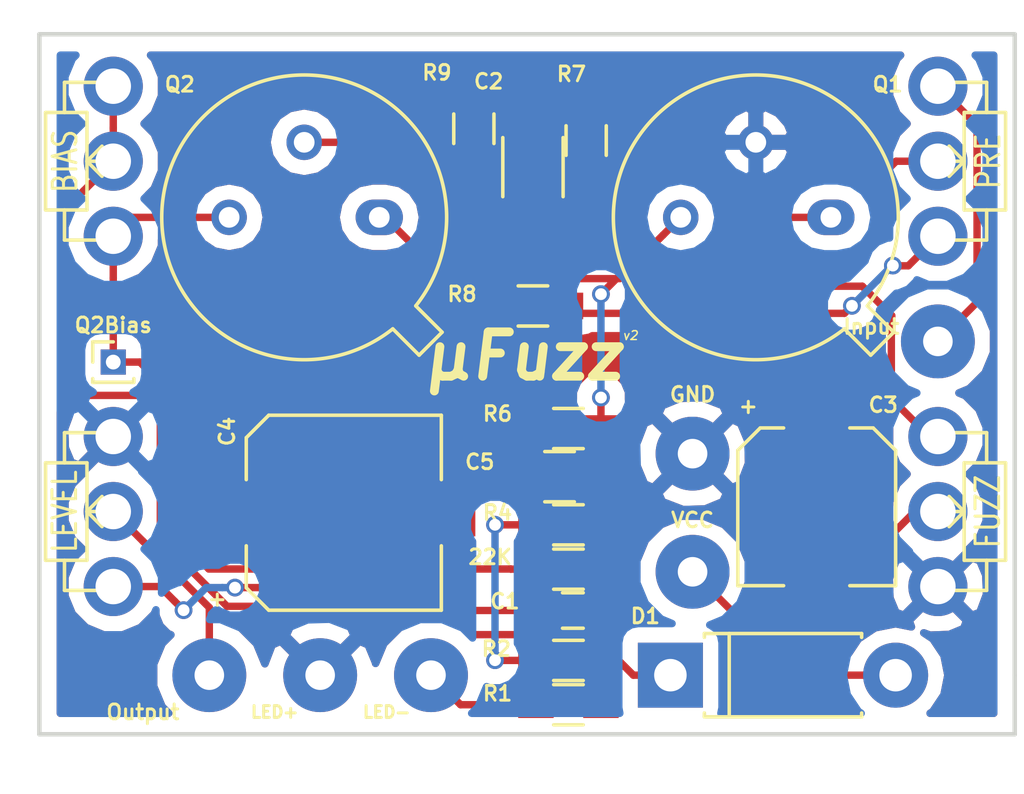
<source format=kicad_pcb>
(kicad_pcb (version 4) (host pcbnew 4.0.7)

  (general
    (links 36)
    (no_connects 0)
    (area 201.924999 81.224999 235.075001 105.075001)
    (thickness 1.6)
    (drawings 7)
    (tracks 133)
    (zones 0)
    (modules 27)
    (nets 18)
  )

  (page A4)
  (layers
    (0 F.Cu signal)
    (31 B.Cu signal)
    (32 B.Adhes user)
    (33 F.Adhes user)
    (34 B.Paste user)
    (35 F.Paste user)
    (36 B.SilkS user)
    (37 F.SilkS user)
    (38 B.Mask user)
    (39 F.Mask user)
    (40 Dwgs.User user)
    (41 Cmts.User user)
    (42 Eco1.User user)
    (43 Eco2.User user)
    (44 Edge.Cuts user)
    (45 Margin user)
    (46 B.CrtYd user)
    (47 F.CrtYd user)
    (48 B.Fab user)
    (49 F.Fab user)
  )

  (setup
    (last_trace_width 0.25)
    (trace_clearance 0.2)
    (zone_clearance 0.508)
    (zone_45_only no)
    (trace_min 0.2)
    (segment_width 0.2)
    (edge_width 0.15)
    (via_size 0.6)
    (via_drill 0.4)
    (via_min_size 0.4)
    (via_min_drill 0.3)
    (uvia_size 0.3)
    (uvia_drill 0.1)
    (uvias_allowed no)
    (uvia_min_size 0.2)
    (uvia_min_drill 0.1)
    (pcb_text_width 0.3)
    (pcb_text_size 1.5 1.5)
    (mod_edge_width 0.15)
    (mod_text_size 1 1)
    (mod_text_width 0.15)
    (pad_size 2.2 2.2)
    (pad_drill 1.1)
    (pad_to_mask_clearance 0.2)
    (aux_axis_origin 0 0)
    (visible_elements 7FFFFFFF)
    (pcbplotparams
      (layerselection 0x00030_80000001)
      (usegerberextensions false)
      (excludeedgelayer true)
      (linewidth 0.100000)
      (plotframeref false)
      (viasonmask false)
      (mode 1)
      (useauxorigin false)
      (hpglpennumber 1)
      (hpglpenspeed 20)
      (hpglpendiameter 15)
      (hpglpenoverlay 2)
      (psnegative false)
      (psa4output false)
      (plotreference true)
      (plotvalue true)
      (plotinvisibletext false)
      (padsonsilk false)
      (subtractmaskfromsilk false)
      (outputformat 1)
      (mirror false)
      (drillshape 1)
      (scaleselection 1)
      (outputdirectory ""))
  )

  (net 0 "")
  (net 1 "Net-(22K1-Pad1)")
  (net 2 "Net-(22K1-Pad2)")
  (net 3 "Net-(D1-Pad1)")
  (net 4 VCC)
  (net 5 GND)
  (net 6 "Net-(LED-1-Pad1)")
  (net 7 "Net-(C4-Pad2)")
  (net 8 "Net-(Q1-Pad3)")
  (net 9 "Net-(C2-Pad1)")
  (net 10 "Net-(100Ka1-Pad2)")
  (net 11 "Net-(100Ka1-Pad3)")
  (net 12 "Net-(FUZZ1-Pad1)")
  (net 13 "Net-(C2-Pad2)")
  (net 14 "Net-(100Ka1-Pad1)")
  (net 15 "Net-(C3-Pad2)")
  (net 16 "Net-(C1-Pad2)")
  (net 17 "Net-(LEVEL1-Pad2)")

  (net_class Default "This is the default net class."
    (clearance 0.2)
    (trace_width 0.25)
    (via_dia 0.6)
    (via_drill 0.4)
    (uvia_dia 0.3)
    (uvia_drill 0.1)
    (add_net GND)
    (add_net "Net-(100Ka1-Pad1)")
    (add_net "Net-(100Ka1-Pad2)")
    (add_net "Net-(100Ka1-Pad3)")
    (add_net "Net-(22K1-Pad1)")
    (add_net "Net-(22K1-Pad2)")
    (add_net "Net-(C1-Pad2)")
    (add_net "Net-(C2-Pad1)")
    (add_net "Net-(C2-Pad2)")
    (add_net "Net-(C3-Pad2)")
    (add_net "Net-(C4-Pad2)")
    (add_net "Net-(D1-Pad1)")
    (add_net "Net-(FUZZ1-Pad1)")
    (add_net "Net-(LED-1-Pad1)")
    (add_net "Net-(LEVEL1-Pad2)")
    (add_net "Net-(Q1-Pad3)")
    (add_net VCC)
  )

  (module Wire_Pads:SolderWirePad_single_1mmDrill (layer F.Cu) (tedit 5A996CB7) (tstamp 5A9062E7)
    (at 232.4 91.7)
    (path /5A908B76)
    (fp_text reference Input (at -2.25 -0.5) (layer F.SilkS)
      (effects (font (size 0.5 0.5) (thickness 0.1)))
    )
    (fp_text value I (at -1.905 3.175) (layer F.Fab)
      (effects (font (size 1 1) (thickness 0.15)))
    )
    (pad 1 thru_hole circle (at 0 0) (size 2.49936 2.49936) (drill 1.00076) (layers *.Cu *.Mask)
      (net 14 "Net-(100Ka1-Pad1)"))
  )

  (module Pin_Headers:Pin_Header_Straight_1x01_Pitch1.00mm (layer F.Cu) (tedit 5A996CBF) (tstamp 5A906311)
    (at 204.5 92.4)
    (descr "Through hole straight pin header, 1x01, 1.00mm pitch, single row")
    (tags "Through hole pin header THT 1x01 1.00mm single row")
    (path /5A901C60)
    (fp_text reference Q2Bias (at 0 -1.25) (layer F.SilkS)
      (effects (font (size 0.5 0.5) (thickness 0.1)))
    )
    (fp_text value Q2Bias (at 0 1.56) (layer F.Fab)
      (effects (font (size 1 1) (thickness 0.15)))
    )
    (fp_line (start -0.3175 -0.5) (end 0.635 -0.5) (layer F.Fab) (width 0.1))
    (fp_line (start 0.635 -0.5) (end 0.635 0.5) (layer F.Fab) (width 0.1))
    (fp_line (start 0.635 0.5) (end -0.635 0.5) (layer F.Fab) (width 0.1))
    (fp_line (start -0.635 0.5) (end -0.635 -0.1825) (layer F.Fab) (width 0.1))
    (fp_line (start -0.635 -0.1825) (end -0.3175 -0.5) (layer F.Fab) (width 0.1))
    (fp_line (start -0.695 0.685) (end 0.695 0.685) (layer F.SilkS) (width 0.12))
    (fp_line (start -0.695 0.685) (end -0.695 0.56) (layer F.SilkS) (width 0.12))
    (fp_line (start 0.695 0.685) (end 0.695 0.56) (layer F.SilkS) (width 0.12))
    (fp_line (start -0.695 0.685) (end -0.608276 0.685) (layer F.SilkS) (width 0.12))
    (fp_line (start 0.608276 0.685) (end 0.695 0.685) (layer F.SilkS) (width 0.12))
    (fp_line (start -0.695 0) (end -0.695 -0.685) (layer F.SilkS) (width 0.12))
    (fp_line (start -0.695 -0.685) (end 0 -0.685) (layer F.SilkS) (width 0.12))
    (fp_line (start -1.15 -1) (end -1.15 1) (layer F.CrtYd) (width 0.05))
    (fp_line (start -1.15 1) (end 1.15 1) (layer F.CrtYd) (width 0.05))
    (fp_line (start 1.15 1) (end 1.15 -1) (layer F.CrtYd) (width 0.05))
    (fp_line (start 1.15 -1) (end -1.15 -1) (layer F.CrtYd) (width 0.05))
    (fp_text user %R (at 0 0 90) (layer F.Fab)
      (effects (font (size 0.76 0.76) (thickness 0.114)))
    )
    (pad 1 thru_hole rect (at 0 0) (size 0.85 0.85) (drill 0.5) (layers *.Cu *.Mask)
      (net 2 "Net-(22K1-Pad2)"))
    (model ${KISYS3DMOD}/Pin_Headers.3dshapes/Pin_Header_Straight_1x01_Pitch1.00mm.wrl
      (at (xyz 0 0 0))
      (scale (xyz 1 1 1))
      (rotate (xyz 0 0 0))
    )
  )

  (module Resistors_SMD:R_0603_HandSoldering (layer F.Cu) (tedit 5A996C8B) (tstamp 5A9062A4)
    (at 219.9 99.41 180)
    (descr "Resistor SMD 0603, hand soldering")
    (tags "resistor 0603")
    (path /5A8816D5)
    (attr smd)
    (fp_text reference 22K (at 2.65 0.41 180) (layer F.SilkS)
      (effects (font (size 0.5 0.5) (thickness 0.1)))
    )
    (fp_text value 22k (at 0 1.55 180) (layer F.Fab)
      (effects (font (size 1 1) (thickness 0.15)))
    )
    (fp_text user %R (at 0 0 180) (layer F.Fab)
      (effects (font (size 0.4 0.4) (thickness 0.075)))
    )
    (fp_line (start -0.8 0.4) (end -0.8 -0.4) (layer F.Fab) (width 0.1))
    (fp_line (start 0.8 0.4) (end -0.8 0.4) (layer F.Fab) (width 0.1))
    (fp_line (start 0.8 -0.4) (end 0.8 0.4) (layer F.Fab) (width 0.1))
    (fp_line (start -0.8 -0.4) (end 0.8 -0.4) (layer F.Fab) (width 0.1))
    (fp_line (start 0.5 0.68) (end -0.5 0.68) (layer F.SilkS) (width 0.12))
    (fp_line (start -0.5 -0.68) (end 0.5 -0.68) (layer F.SilkS) (width 0.12))
    (fp_line (start -1.96 -0.7) (end 1.95 -0.7) (layer F.CrtYd) (width 0.05))
    (fp_line (start -1.96 -0.7) (end -1.96 0.7) (layer F.CrtYd) (width 0.05))
    (fp_line (start 1.95 0.7) (end 1.95 -0.7) (layer F.CrtYd) (width 0.05))
    (fp_line (start 1.95 0.7) (end -1.96 0.7) (layer F.CrtYd) (width 0.05))
    (pad 1 smd rect (at -1.1 0 180) (size 1.2 0.9) (layers F.Cu F.Paste F.Mask)
      (net 1 "Net-(22K1-Pad1)"))
    (pad 2 smd rect (at 1.1 0 180) (size 1.2 0.9) (layers F.Cu F.Paste F.Mask)
      (net 2 "Net-(22K1-Pad2)"))
    (model ${KISYS3DMOD}/Resistors_SMD.3dshapes/R_0603.wrl
      (at (xyz 0 0 0))
      (scale (xyz 1 1 1))
      (rotate (xyz 0 0 0))
    )
  )

  (module Capacitors_SMD:C_0603_HandSoldering (layer F.Cu) (tedit 5A914A93) (tstamp 5A9062B8)
    (at 220.05 100.81 180)
    (descr "Capacitor SMD 0603, hand soldering")
    (tags "capacitor 0603")
    (path /5A881AD2)
    (attr smd)
    (fp_text reference C1 (at 2.3 0.31 180) (layer F.SilkS)
      (effects (font (size 0.5 0.5) (thickness 0.1)))
    )
    (fp_text value 0.01 (at 0 1.5 180) (layer F.Fab)
      (effects (font (size 1 1) (thickness 0.15)))
    )
    (fp_text user %R (at 0 -1.25 180) (layer F.Fab)
      (effects (font (size 1 1) (thickness 0.15)))
    )
    (fp_line (start -0.8 0.4) (end -0.8 -0.4) (layer F.Fab) (width 0.1))
    (fp_line (start 0.8 0.4) (end -0.8 0.4) (layer F.Fab) (width 0.1))
    (fp_line (start 0.8 -0.4) (end 0.8 0.4) (layer F.Fab) (width 0.1))
    (fp_line (start -0.8 -0.4) (end 0.8 -0.4) (layer F.Fab) (width 0.1))
    (fp_line (start -0.35 -0.6) (end 0.35 -0.6) (layer F.SilkS) (width 0.12))
    (fp_line (start 0.35 0.6) (end -0.35 0.6) (layer F.SilkS) (width 0.12))
    (fp_line (start -1.8 -0.65) (end 1.8 -0.65) (layer F.CrtYd) (width 0.05))
    (fp_line (start -1.8 -0.65) (end -1.8 0.65) (layer F.CrtYd) (width 0.05))
    (fp_line (start 1.8 0.65) (end 1.8 -0.65) (layer F.CrtYd) (width 0.05))
    (fp_line (start 1.8 0.65) (end -1.8 0.65) (layer F.CrtYd) (width 0.05))
    (pad 1 smd rect (at -0.95 0 180) (size 1.2 0.75) (layers F.Cu F.Paste F.Mask)
      (net 1 "Net-(22K1-Pad1)"))
    (pad 2 smd rect (at 0.95 0 180) (size 1.2 0.75) (layers F.Cu F.Paste F.Mask)
      (net 16 "Net-(C1-Pad2)"))
    (model Capacitors_SMD.3dshapes/C_0603.wrl
      (at (xyz 0 0 0))
      (scale (xyz 1 1 1))
      (rotate (xyz 0 0 0))
    )
  )

  (module Capacitors_SMD:CP_Elec_5x5.8 (layer F.Cu) (tedit 5A914901) (tstamp 5A9062C4)
    (at 228.3 97.3 270)
    (descr "SMT capacitor, aluminium electrolytic, 5x5.8")
    (path /5A880DF8)
    (attr smd)
    (fp_text reference C3 (at -3.45 -2.25 360) (layer F.SilkS)
      (effects (font (size 0.5 0.5) (thickness 0.1)))
    )
    (fp_text value 22u (at 0 -3.92 270) (layer F.Fab)
      (effects (font (size 1 1) (thickness 0.15)))
    )
    (fp_circle (center 0 0) (end 0.1 2.4) (layer F.Fab) (width 0.1))
    (fp_text user + (at -1.38 -0.06 270) (layer F.Fab)
      (effects (font (size 1 1) (thickness 0.15)))
    )
    (fp_text user + (at -3.38 2.35 270) (layer F.SilkS)
      (effects (font (size 0.5 0.5) (thickness 0.1)))
    )
    (fp_text user %R (at 0 3.92 270) (layer F.Fab)
      (effects (font (size 1 1) (thickness 0.15)))
    )
    (fp_line (start 2.51 2.51) (end 2.51 -2.51) (layer F.Fab) (width 0.1))
    (fp_line (start -1.84 2.51) (end 2.51 2.51) (layer F.Fab) (width 0.1))
    (fp_line (start -2.51 1.84) (end -1.84 2.51) (layer F.Fab) (width 0.1))
    (fp_line (start -2.51 -1.84) (end -2.51 1.84) (layer F.Fab) (width 0.1))
    (fp_line (start -1.84 -2.51) (end -2.51 -1.84) (layer F.Fab) (width 0.1))
    (fp_line (start 2.51 -2.51) (end -1.84 -2.51) (layer F.Fab) (width 0.1))
    (fp_line (start 2.67 2.67) (end 2.67 1.12) (layer F.SilkS) (width 0.12))
    (fp_line (start 2.67 -2.67) (end 2.67 -1.12) (layer F.SilkS) (width 0.12))
    (fp_line (start -2.67 1.91) (end -2.67 1.12) (layer F.SilkS) (width 0.12))
    (fp_line (start -2.67 -1.91) (end -2.67 -1.12) (layer F.SilkS) (width 0.12))
    (fp_line (start 2.67 -2.67) (end -1.91 -2.67) (layer F.SilkS) (width 0.12))
    (fp_line (start -1.91 -2.67) (end -2.67 -1.91) (layer F.SilkS) (width 0.12))
    (fp_line (start -2.67 1.91) (end -1.91 2.67) (layer F.SilkS) (width 0.12))
    (fp_line (start -1.91 2.67) (end 2.67 2.67) (layer F.SilkS) (width 0.12))
    (fp_line (start -3.95 -2.77) (end 3.95 -2.77) (layer F.CrtYd) (width 0.05))
    (fp_line (start -3.95 -2.77) (end -3.95 2.76) (layer F.CrtYd) (width 0.05))
    (fp_line (start 3.95 2.76) (end 3.95 -2.77) (layer F.CrtYd) (width 0.05))
    (fp_line (start 3.95 2.76) (end -3.95 2.76) (layer F.CrtYd) (width 0.05))
    (pad 1 smd rect (at -2.2 0 90) (size 3 1.6) (layers F.Cu F.Paste F.Mask)
      (net 5 GND))
    (pad 2 smd rect (at 2.2 0 90) (size 3 1.6) (layers F.Cu F.Paste F.Mask)
      (net 15 "Net-(C3-Pad2)"))
    (model Capacitors_SMD.3dshapes/CP_Elec_5x5.8.wrl
      (at (xyz 0 0 0))
      (scale (xyz 1 1 1))
      (rotate (xyz 0 0 180))
    )
  )

  (module Capacitors_SMD:CP_Elec_6.3x7.7 (layer F.Cu) (tedit 5A9149C6) (tstamp 5A9062CA)
    (at 212.3 97.5)
    (descr "SMT capacitor, aluminium electrolytic, 6.3x7.7")
    (path /5A882298)
    (attr smd)
    (fp_text reference C4 (at -3.95 -2.75 90) (layer F.SilkS)
      (effects (font (size 0.5 0.5) (thickness 0.1)))
    )
    (fp_text value 100u (at 0 -4.43) (layer F.Fab)
      (effects (font (size 1 1) (thickness 0.15)))
    )
    (fp_circle (center 0 0) (end 0.5 3) (layer F.Fab) (width 0.1))
    (fp_text user + (at -1.73 -0.08) (layer F.Fab)
      (effects (font (size 1 1) (thickness 0.15)))
    )
    (fp_text user + (at -4.28 2.91) (layer F.SilkS)
      (effects (font (size 0.5 0.5) (thickness 0.1)))
    )
    (fp_text user %R (at 0 4.43) (layer F.Fab)
      (effects (font (size 1 1) (thickness 0.15)))
    )
    (fp_line (start 3.15 3.15) (end 3.15 -3.15) (layer F.Fab) (width 0.1))
    (fp_line (start -2.48 3.15) (end 3.15 3.15) (layer F.Fab) (width 0.1))
    (fp_line (start -3.15 2.48) (end -2.48 3.15) (layer F.Fab) (width 0.1))
    (fp_line (start -3.15 -2.48) (end -3.15 2.48) (layer F.Fab) (width 0.1))
    (fp_line (start -2.48 -3.15) (end -3.15 -2.48) (layer F.Fab) (width 0.1))
    (fp_line (start 3.15 -3.15) (end -2.48 -3.15) (layer F.Fab) (width 0.1))
    (fp_line (start -3.3 2.54) (end -3.3 1.12) (layer F.SilkS) (width 0.12))
    (fp_line (start 3.3 3.3) (end 3.3 1.12) (layer F.SilkS) (width 0.12))
    (fp_line (start 3.3 -3.3) (end 3.3 -1.12) (layer F.SilkS) (width 0.12))
    (fp_line (start -3.3 -2.54) (end -3.3 -1.12) (layer F.SilkS) (width 0.12))
    (fp_line (start 3.3 3.3) (end -2.54 3.3) (layer F.SilkS) (width 0.12))
    (fp_line (start -2.54 3.3) (end -3.3 2.54) (layer F.SilkS) (width 0.12))
    (fp_line (start -3.3 -2.54) (end -2.54 -3.3) (layer F.SilkS) (width 0.12))
    (fp_line (start -2.54 -3.3) (end 3.3 -3.3) (layer F.SilkS) (width 0.12))
    (fp_line (start -4.7 -3.4) (end 4.7 -3.4) (layer F.CrtYd) (width 0.05))
    (fp_line (start -4.7 -3.4) (end -4.7 3.4) (layer F.CrtYd) (width 0.05))
    (fp_line (start 4.7 3.4) (end 4.7 -3.4) (layer F.CrtYd) (width 0.05))
    (fp_line (start 4.7 3.4) (end -4.7 3.4) (layer F.CrtYd) (width 0.05))
    (pad 1 smd rect (at -2.7 0 180) (size 3.5 1.6) (layers F.Cu F.Paste F.Mask)
      (net 5 GND))
    (pad 2 smd rect (at 2.7 0 180) (size 3.5 1.6) (layers F.Cu F.Paste F.Mask)
      (net 7 "Net-(C4-Pad2)"))
    (model Capacitors_SMD.3dshapes/CP_Elec_6.3x7.7.wrl
      (at (xyz 0 0 0))
      (scale (xyz 1 1 1))
      (rotate (xyz 0 0 180))
    )
  )

  (module Wire_Pads:SolderWirePad_single_1mmDrill (layer F.Cu) (tedit 5A996C95) (tstamp 5A9062E2)
    (at 224.1 95.5)
    (path /5A89569B)
    (fp_text reference GND (at 0 -2) (layer F.SilkS)
      (effects (font (size 0.5 0.5) (thickness 0.1)))
    )
    (fp_text value GND (at -1.905 3.175) (layer F.Fab)
      (effects (font (size 1 1) (thickness 0.15)))
    )
    (pad 1 thru_hole circle (at 0 0) (size 2.49936 2.49936) (drill 1.00076) (layers *.Cu *.Mask)
      (net 5 GND))
  )

  (module Wire_Pads:SolderWirePad_single_1mmDrill (layer F.Cu) (tedit 5A99B09A) (tstamp 5A9062EC)
    (at 211.5 103)
    (path /5A89561E)
    (fp_text reference LED+ (at -1.54 1.25) (layer F.SilkS)
      (effects (font (size 0.4 0.4) (thickness 0.1)))
    )
    (fp_text value LED+ (at -1.905 3.175) (layer F.Fab)
      (effects (font (size 1 1) (thickness 0.15)))
    )
    (pad 1 thru_hole circle (at 0 0) (size 2.49936 2.49936) (drill 1.00076) (layers *.Cu *.Mask)
      (net 5 GND))
  )

  (module Wire_Pads:SolderWirePad_single_1mmDrill (layer F.Cu) (tedit 5A99B092) (tstamp 5A9062F1)
    (at 215.25 103)
    (path /5A894578)
    (fp_text reference LED- (at -1.5 1.25) (layer F.SilkS)
      (effects (font (size 0.4 0.4) (thickness 0.1)))
    )
    (fp_text value LED- (at -1.905 3.175) (layer F.Fab)
      (effects (font (size 1 1) (thickness 0.15)))
    )
    (pad 1 thru_hole circle (at 0 0) (size 2.49936 2.49936) (drill 1.00076) (layers *.Cu *.Mask)
      (net 6 "Net-(LED-1-Pad1)"))
  )

  (module TO_SOT_Packages_THT:TO-5-3 (layer F.Cu) (tedit 5A91495A) (tstamp 5A906305)
    (at 228.78 87.5 180)
    (descr TO-5-3)
    (tags TO-5-3)
    (path /5A880B3E)
    (fp_text reference Q1 (at -1.92 4.5 180) (layer F.SilkS)
      (effects (font (size 0.5 0.5) (thickness 0.1)))
    )
    (fp_text value EFT83C (at 2.54 5.82 180) (layer F.Fab)
      (effects (font (size 1 1) (thickness 0.15)))
    )
    (fp_text user %R (at 2.54 -5.82 180) (layer F.Fab)
      (effects (font (size 1 1) (thickness 0.15)))
    )
    (fp_line (start -0.465408 -3.61352) (end -1.27151 -4.419621) (layer F.Fab) (width 0.1))
    (fp_line (start -1.27151 -4.419621) (end -1.879621 -3.81151) (layer F.Fab) (width 0.1))
    (fp_line (start -1.879621 -3.81151) (end -1.07352 -3.005408) (layer F.Fab) (width 0.1))
    (fp_line (start -0.457084 -3.774902) (end -1.348039 -4.665856) (layer F.SilkS) (width 0.12))
    (fp_line (start -1.348039 -4.665856) (end -2.125856 -3.888039) (layer F.SilkS) (width 0.12))
    (fp_line (start -2.125856 -3.888039) (end -1.234902 -2.997084) (layer F.SilkS) (width 0.12))
    (fp_line (start -2.41 -4.95) (end -2.41 4.95) (layer F.CrtYd) (width 0.05))
    (fp_line (start -2.41 4.95) (end 7.49 4.95) (layer F.CrtYd) (width 0.05))
    (fp_line (start 7.49 4.95) (end 7.49 -4.95) (layer F.CrtYd) (width 0.05))
    (fp_line (start 7.49 -4.95) (end -2.41 -4.95) (layer F.CrtYd) (width 0.05))
    (fp_circle (center 2.54 0) (end 6.79 0) (layer F.Fab) (width 0.1))
    (fp_arc (start 2.54 0) (end -0.465408 -3.61352) (angle 349.5) (layer F.Fab) (width 0.1))
    (fp_arc (start 2.54 0) (end -0.457084 -3.774902) (angle 346.9) (layer F.SilkS) (width 0.12))
    (pad 1 thru_hole oval (at 0 0 180) (size 1.6 1.2) (drill 0.7) (layers *.Cu *.Mask)
      (net 13 "Net-(C2-Pad2)"))
    (pad 2 thru_hole oval (at 2.54 2.54 180) (size 1.2 1.2) (drill 0.7) (layers *.Cu *.Mask)
      (net 5 GND))
    (pad 3 thru_hole oval (at 5.08 0 180) (size 1.2 1.2) (drill 0.7) (layers *.Cu *.Mask)
      (net 8 "Net-(Q1-Pad3)"))
    (model ${KISYS3DMOD}/TO_SOT_Packages_THT.3dshapes/TO-5-3.wrl
      (at (xyz 0 0 0))
      (scale (xyz 0.393701 0.393701 0.393701))
      (rotate (xyz 0 0 0))
    )
  )

  (module TO_SOT_Packages_THT:TO-5-3 (layer F.Cu) (tedit 5A914A77) (tstamp 5A90630C)
    (at 213.5 87.5 180)
    (descr TO-5-3)
    (tags TO-5-3)
    (path /5A880EDD)
    (fp_text reference Q2 (at 6.75 4.5 180) (layer F.SilkS)
      (effects (font (size 0.5 0.5) (thickness 0.1)))
    )
    (fp_text value AC122 (at 2.54 5.82 180) (layer F.Fab)
      (effects (font (size 1 1) (thickness 0.15)))
    )
    (fp_text user %R (at 2.54 -5.82 180) (layer F.Fab)
      (effects (font (size 1 1) (thickness 0.15)))
    )
    (fp_line (start -0.465408 -3.61352) (end -1.27151 -4.419621) (layer F.Fab) (width 0.1))
    (fp_line (start -1.27151 -4.419621) (end -1.879621 -3.81151) (layer F.Fab) (width 0.1))
    (fp_line (start -1.879621 -3.81151) (end -1.07352 -3.005408) (layer F.Fab) (width 0.1))
    (fp_line (start -0.457084 -3.774902) (end -1.348039 -4.665856) (layer F.SilkS) (width 0.12))
    (fp_line (start -1.348039 -4.665856) (end -2.125856 -3.888039) (layer F.SilkS) (width 0.12))
    (fp_line (start -2.125856 -3.888039) (end -1.234902 -2.997084) (layer F.SilkS) (width 0.12))
    (fp_line (start -2.41 -4.95) (end -2.41 4.95) (layer F.CrtYd) (width 0.05))
    (fp_line (start -2.41 4.95) (end 7.49 4.95) (layer F.CrtYd) (width 0.05))
    (fp_line (start 7.49 4.95) (end 7.49 -4.95) (layer F.CrtYd) (width 0.05))
    (fp_line (start 7.49 -4.95) (end -2.41 -4.95) (layer F.CrtYd) (width 0.05))
    (fp_circle (center 2.54 0) (end 6.79 0) (layer F.Fab) (width 0.1))
    (fp_arc (start 2.54 0) (end -0.465408 -3.61352) (angle 349.5) (layer F.Fab) (width 0.1))
    (fp_arc (start 2.54 0) (end -0.457084 -3.774902) (angle 346.9) (layer F.SilkS) (width 0.12))
    (pad 1 thru_hole oval (at 0 0 180) (size 1.6 1.2) (drill 0.7) (layers *.Cu *.Mask)
      (net 8 "Net-(Q1-Pad3)"))
    (pad 2 thru_hole oval (at 2.54 2.54 180) (size 1.2 1.2) (drill 0.7) (layers *.Cu *.Mask)
      (net 12 "Net-(FUZZ1-Pad1)"))
    (pad 3 thru_hole oval (at 5.08 0 180) (size 1.2 1.2) (drill 0.7) (layers *.Cu *.Mask)
      (net 2 "Net-(22K1-Pad2)"))
    (model ${KISYS3DMOD}/TO_SOT_Packages_THT.3dshapes/TO-5-3.wrl
      (at (xyz 0 0 0))
      (scale (xyz 0.393701 0.393701 0.393701))
      (rotate (xyz 0 0 0))
    )
  )

  (module Resistors_SMD:R_0603_HandSoldering (layer F.Cu) (tedit 5A914B18) (tstamp 5A906317)
    (at 219.9 104)
    (descr "Resistor SMD 0603, hand soldering")
    (tags "resistor 0603")
    (path /5A882683)
    (attr smd)
    (fp_text reference R1 (at -2.4 -0.38) (layer F.SilkS)
      (effects (font (size 0.5 0.5) (thickness 0.1)))
    )
    (fp_text value 4.7 (at 0 1.55) (layer F.Fab)
      (effects (font (size 1 1) (thickness 0.15)))
    )
    (fp_text user %R (at 0 0) (layer F.Fab)
      (effects (font (size 0.4 0.4) (thickness 0.075)))
    )
    (fp_line (start -0.8 0.4) (end -0.8 -0.4) (layer F.Fab) (width 0.1))
    (fp_line (start 0.8 0.4) (end -0.8 0.4) (layer F.Fab) (width 0.1))
    (fp_line (start 0.8 -0.4) (end 0.8 0.4) (layer F.Fab) (width 0.1))
    (fp_line (start -0.8 -0.4) (end 0.8 -0.4) (layer F.Fab) (width 0.1))
    (fp_line (start 0.5 0.68) (end -0.5 0.68) (layer F.SilkS) (width 0.12))
    (fp_line (start -0.5 -0.68) (end 0.5 -0.68) (layer F.SilkS) (width 0.12))
    (fp_line (start -1.96 -0.7) (end 1.95 -0.7) (layer F.CrtYd) (width 0.05))
    (fp_line (start -1.96 -0.7) (end -1.96 0.7) (layer F.CrtYd) (width 0.05))
    (fp_line (start 1.95 0.7) (end 1.95 -0.7) (layer F.CrtYd) (width 0.05))
    (fp_line (start 1.95 0.7) (end -1.96 0.7) (layer F.CrtYd) (width 0.05))
    (pad 1 smd rect (at -1.1 0) (size 1.2 0.9) (layers F.Cu F.Paste F.Mask)
      (net 6 "Net-(LED-1-Pad1)"))
    (pad 2 smd rect (at 1.1 0) (size 1.2 0.9) (layers F.Cu F.Paste F.Mask)
      (net 3 "Net-(D1-Pad1)"))
    (model ${KISYS3DMOD}/Resistors_SMD.3dshapes/R_0603.wrl
      (at (xyz 0 0 0))
      (scale (xyz 1 1 1))
      (rotate (xyz 0 0 0))
    )
  )

  (module Resistors_SMD:R_0603_HandSoldering (layer F.Cu) (tedit 5A914B03) (tstamp 5A90631D)
    (at 219.9 102.5)
    (descr "Resistor SMD 0603, hand soldering")
    (tags "resistor 0603")
    (path /5A882500)
    (attr smd)
    (fp_text reference R2 (at -2.44 -0.39) (layer F.SilkS)
      (effects (font (size 0.5 0.5) (thickness 0.1)))
    )
    (fp_text value 100 (at 0 1.55) (layer F.Fab)
      (effects (font (size 1 1) (thickness 0.15)))
    )
    (fp_text user %R (at 0 0) (layer F.Fab)
      (effects (font (size 0.4 0.4) (thickness 0.075)))
    )
    (fp_line (start -0.8 0.4) (end -0.8 -0.4) (layer F.Fab) (width 0.1))
    (fp_line (start 0.8 0.4) (end -0.8 0.4) (layer F.Fab) (width 0.1))
    (fp_line (start 0.8 -0.4) (end 0.8 0.4) (layer F.Fab) (width 0.1))
    (fp_line (start -0.8 -0.4) (end 0.8 -0.4) (layer F.Fab) (width 0.1))
    (fp_line (start 0.5 0.68) (end -0.5 0.68) (layer F.SilkS) (width 0.12))
    (fp_line (start -0.5 -0.68) (end 0.5 -0.68) (layer F.SilkS) (width 0.12))
    (fp_line (start -1.96 -0.7) (end 1.95 -0.7) (layer F.CrtYd) (width 0.05))
    (fp_line (start -1.96 -0.7) (end -1.96 0.7) (layer F.CrtYd) (width 0.05))
    (fp_line (start 1.95 0.7) (end 1.95 -0.7) (layer F.CrtYd) (width 0.05))
    (fp_line (start 1.95 0.7) (end -1.96 0.7) (layer F.CrtYd) (width 0.05))
    (pad 1 smd rect (at -1.1 0) (size 1.2 0.9) (layers F.Cu F.Paste F.Mask)
      (net 7 "Net-(C4-Pad2)"))
    (pad 2 smd rect (at 1.1 0) (size 1.2 0.9) (layers F.Cu F.Paste F.Mask)
      (net 3 "Net-(D1-Pad1)"))
    (model ${KISYS3DMOD}/Resistors_SMD.3dshapes/R_0603.wrl
      (at (xyz 0 0 0))
      (scale (xyz 1 1 1))
      (rotate (xyz 0 0 0))
    )
  )

  (module Resistors_SMD:R_0603_HandSoldering (layer F.Cu) (tedit 5A914AD5) (tstamp 5A906323)
    (at 219.9 97.91 180)
    (descr "Resistor SMD 0603, hand soldering")
    (tags "resistor 0603")
    (path /5A8818BD)
    (attr smd)
    (fp_text reference R4 (at 2.4 0.41 180) (layer F.SilkS)
      (effects (font (size 0.5 0.5) (thickness 0.1)))
    )
    (fp_text value 1.5 (at 0 1.55 180) (layer F.Fab)
      (effects (font (size 1 1) (thickness 0.15)))
    )
    (fp_text user %R (at 0 0 180) (layer F.Fab)
      (effects (font (size 0.4 0.4) (thickness 0.075)))
    )
    (fp_line (start -0.8 0.4) (end -0.8 -0.4) (layer F.Fab) (width 0.1))
    (fp_line (start 0.8 0.4) (end -0.8 0.4) (layer F.Fab) (width 0.1))
    (fp_line (start 0.8 -0.4) (end 0.8 0.4) (layer F.Fab) (width 0.1))
    (fp_line (start -0.8 -0.4) (end 0.8 -0.4) (layer F.Fab) (width 0.1))
    (fp_line (start 0.5 0.68) (end -0.5 0.68) (layer F.SilkS) (width 0.12))
    (fp_line (start -0.5 -0.68) (end 0.5 -0.68) (layer F.SilkS) (width 0.12))
    (fp_line (start -1.96 -0.7) (end 1.95 -0.7) (layer F.CrtYd) (width 0.05))
    (fp_line (start -1.96 -0.7) (end -1.96 0.7) (layer F.CrtYd) (width 0.05))
    (fp_line (start 1.95 0.7) (end 1.95 -0.7) (layer F.CrtYd) (width 0.05))
    (fp_line (start 1.95 0.7) (end -1.96 0.7) (layer F.CrtYd) (width 0.05))
    (pad 1 smd rect (at -1.1 0 180) (size 1.2 0.9) (layers F.Cu F.Paste F.Mask)
      (net 1 "Net-(22K1-Pad1)"))
    (pad 2 smd rect (at 1.1 0 180) (size 1.2 0.9) (layers F.Cu F.Paste F.Mask)
      (net 7 "Net-(C4-Pad2)"))
    (model ${KISYS3DMOD}/Resistors_SMD.3dshapes/R_0603.wrl
      (at (xyz 0 0 0))
      (scale (xyz 1 1 1))
      (rotate (xyz 0 0 0))
    )
  )

  (module Resistors_SMD:R_0603_HandSoldering (layer F.Cu) (tedit 5A914AA9) (tstamp 5A906329)
    (at 219.9 94.65)
    (descr "Resistor SMD 0603, hand soldering")
    (tags "resistor 0603")
    (path /5A881882)
    (attr smd)
    (fp_text reference R6 (at -2.4 -0.5) (layer F.SilkS)
      (effects (font (size 0.5 0.5) (thickness 0.1)))
    )
    (fp_text value 33K (at 0 1.55) (layer F.Fab)
      (effects (font (size 1 1) (thickness 0.15)))
    )
    (fp_text user %R (at 0 0) (layer F.Fab)
      (effects (font (size 0.4 0.4) (thickness 0.075)))
    )
    (fp_line (start -0.8 0.4) (end -0.8 -0.4) (layer F.Fab) (width 0.1))
    (fp_line (start 0.8 0.4) (end -0.8 0.4) (layer F.Fab) (width 0.1))
    (fp_line (start 0.8 -0.4) (end 0.8 0.4) (layer F.Fab) (width 0.1))
    (fp_line (start -0.8 -0.4) (end 0.8 -0.4) (layer F.Fab) (width 0.1))
    (fp_line (start 0.5 0.68) (end -0.5 0.68) (layer F.SilkS) (width 0.12))
    (fp_line (start -0.5 -0.68) (end 0.5 -0.68) (layer F.SilkS) (width 0.12))
    (fp_line (start -1.96 -0.7) (end 1.95 -0.7) (layer F.CrtYd) (width 0.05))
    (fp_line (start -1.96 -0.7) (end -1.96 0.7) (layer F.CrtYd) (width 0.05))
    (fp_line (start 1.95 0.7) (end 1.95 -0.7) (layer F.CrtYd) (width 0.05))
    (fp_line (start 1.95 0.7) (end -1.96 0.7) (layer F.CrtYd) (width 0.05))
    (pad 1 smd rect (at -1.1 0) (size 1.2 0.9) (layers F.Cu F.Paste F.Mask)
      (net 7 "Net-(C4-Pad2)"))
    (pad 2 smd rect (at 1.1 0) (size 1.2 0.9) (layers F.Cu F.Paste F.Mask)
      (net 8 "Net-(Q1-Pad3)"))
    (model ${KISYS3DMOD}/Resistors_SMD.3dshapes/R_0603.wrl
      (at (xyz 0 0 0))
      (scale (xyz 1 1 1))
      (rotate (xyz 0 0 0))
    )
  )

  (module Resistors_SMD:R_0603_HandSoldering (layer F.Cu) (tedit 5A91482C) (tstamp 5A90632F)
    (at 220.5 84.9 270)
    (descr "Resistor SMD 0603, hand soldering")
    (tags "resistor 0603")
    (path /5A8808EC)
    (attr smd)
    (fp_text reference R7 (at -2.25 0.5 360) (layer F.SilkS)
      (effects (font (size 0.5 0.5) (thickness 0.1)))
    )
    (fp_text value 10K (at 0 1.55 270) (layer F.Fab)
      (effects (font (size 1 1) (thickness 0.15)))
    )
    (fp_text user %R (at 0 0 270) (layer F.Fab)
      (effects (font (size 0.4 0.4) (thickness 0.075)))
    )
    (fp_line (start -0.8 0.4) (end -0.8 -0.4) (layer F.Fab) (width 0.1))
    (fp_line (start 0.8 0.4) (end -0.8 0.4) (layer F.Fab) (width 0.1))
    (fp_line (start 0.8 -0.4) (end 0.8 0.4) (layer F.Fab) (width 0.1))
    (fp_line (start -0.8 -0.4) (end 0.8 -0.4) (layer F.Fab) (width 0.1))
    (fp_line (start 0.5 0.68) (end -0.5 0.68) (layer F.SilkS) (width 0.12))
    (fp_line (start -0.5 -0.68) (end 0.5 -0.68) (layer F.SilkS) (width 0.12))
    (fp_line (start -1.96 -0.7) (end 1.95 -0.7) (layer F.CrtYd) (width 0.05))
    (fp_line (start -1.96 -0.7) (end -1.96 0.7) (layer F.CrtYd) (width 0.05))
    (fp_line (start 1.95 0.7) (end 1.95 -0.7) (layer F.CrtYd) (width 0.05))
    (fp_line (start 1.95 0.7) (end -1.96 0.7) (layer F.CrtYd) (width 0.05))
    (pad 1 smd rect (at -1.1 0 270) (size 1.2 0.9) (layers F.Cu F.Paste F.Mask)
      (net 9 "Net-(C2-Pad1)"))
    (pad 2 smd rect (at 1.1 0 270) (size 1.2 0.9) (layers F.Cu F.Paste F.Mask)
      (net 10 "Net-(100Ka1-Pad2)"))
    (model ${KISYS3DMOD}/Resistors_SMD.3dshapes/R_0603.wrl
      (at (xyz 0 0 0))
      (scale (xyz 1 1 1))
      (rotate (xyz 0 0 0))
    )
  )

  (module Resistors_SMD:R_0603_HandSoldering (layer F.Cu) (tedit 5A91483C) (tstamp 5A906335)
    (at 218.7 90.5 180)
    (descr "Resistor SMD 0603, hand soldering")
    (tags "resistor 0603")
    (path /5A880832)
    (attr smd)
    (fp_text reference R8 (at 2.4 0.4 360) (layer F.SilkS)
      (effects (font (size 0.5 0.5) (thickness 0.1)))
    )
    (fp_text value 1K (at 0 1.55 180) (layer F.Fab)
      (effects (font (size 1 1) (thickness 0.15)))
    )
    (fp_text user %R (at 0 0 180) (layer F.Fab)
      (effects (font (size 0.4 0.4) (thickness 0.075)))
    )
    (fp_line (start -0.8 0.4) (end -0.8 -0.4) (layer F.Fab) (width 0.1))
    (fp_line (start 0.8 0.4) (end -0.8 0.4) (layer F.Fab) (width 0.1))
    (fp_line (start 0.8 -0.4) (end 0.8 0.4) (layer F.Fab) (width 0.1))
    (fp_line (start -0.8 -0.4) (end 0.8 -0.4) (layer F.Fab) (width 0.1))
    (fp_line (start 0.5 0.68) (end -0.5 0.68) (layer F.SilkS) (width 0.12))
    (fp_line (start -0.5 -0.68) (end 0.5 -0.68) (layer F.SilkS) (width 0.12))
    (fp_line (start -1.96 -0.7) (end 1.95 -0.7) (layer F.CrtYd) (width 0.05))
    (fp_line (start -1.96 -0.7) (end -1.96 0.7) (layer F.CrtYd) (width 0.05))
    (fp_line (start 1.95 0.7) (end 1.95 -0.7) (layer F.CrtYd) (width 0.05))
    (fp_line (start 1.95 0.7) (end -1.96 0.7) (layer F.CrtYd) (width 0.05))
    (pad 1 smd rect (at -1.1 0 180) (size 1.2 0.9) (layers F.Cu F.Paste F.Mask)
      (net 11 "Net-(100Ka1-Pad3)"))
    (pad 2 smd rect (at 1.1 0 180) (size 1.2 0.9) (layers F.Cu F.Paste F.Mask)
      (net 5 GND))
    (model ${KISYS3DMOD}/Resistors_SMD.3dshapes/R_0603.wrl
      (at (xyz 0 0 0))
      (scale (xyz 1 1 1))
      (rotate (xyz 0 0 0))
    )
  )

  (module Resistors_SMD:R_0603_HandSoldering (layer F.Cu) (tedit 5A91496A) (tstamp 5A90633B)
    (at 216.7 84.5 90)
    (descr "Resistor SMD 0603, hand soldering")
    (tags "resistor 0603")
    (path /5A880BCC)
    (attr smd)
    (fp_text reference R9 (at 1.9 -1.25 180) (layer F.SilkS)
      (effects (font (size 0.5 0.5) (thickness 0.1)))
    )
    (fp_text value 100k (at 0 1.55 90) (layer F.Fab)
      (effects (font (size 1 1) (thickness 0.15)))
    )
    (fp_text user %R (at 0 0 90) (layer F.Fab)
      (effects (font (size 0.4 0.4) (thickness 0.075)))
    )
    (fp_line (start -0.8 0.4) (end -0.8 -0.4) (layer F.Fab) (width 0.1))
    (fp_line (start 0.8 0.4) (end -0.8 0.4) (layer F.Fab) (width 0.1))
    (fp_line (start 0.8 -0.4) (end 0.8 0.4) (layer F.Fab) (width 0.1))
    (fp_line (start -0.8 -0.4) (end 0.8 -0.4) (layer F.Fab) (width 0.1))
    (fp_line (start 0.5 0.68) (end -0.5 0.68) (layer F.SilkS) (width 0.12))
    (fp_line (start -0.5 -0.68) (end 0.5 -0.68) (layer F.SilkS) (width 0.12))
    (fp_line (start -1.96 -0.7) (end 1.95 -0.7) (layer F.CrtYd) (width 0.05))
    (fp_line (start -1.96 -0.7) (end -1.96 0.7) (layer F.CrtYd) (width 0.05))
    (fp_line (start 1.95 0.7) (end 1.95 -0.7) (layer F.CrtYd) (width 0.05))
    (fp_line (start 1.95 0.7) (end -1.96 0.7) (layer F.CrtYd) (width 0.05))
    (pad 1 smd rect (at -1.1 0 90) (size 1.2 0.9) (layers F.Cu F.Paste F.Mask)
      (net 12 "Net-(FUZZ1-Pad1)"))
    (pad 2 smd rect (at 1.1 0 90) (size 1.2 0.9) (layers F.Cu F.Paste F.Mask)
      (net 13 "Net-(C2-Pad2)"))
    (model ${KISYS3DMOD}/Resistors_SMD.3dshapes/R_0603.wrl
      (at (xyz 0 0 0))
      (scale (xyz 1 1 1))
      (rotate (xyz 0 0 0))
    )
  )

  (module Wire_Pads:SolderWirePad_single_1mmDrill (layer F.Cu) (tedit 5A9148CF) (tstamp 5A906340)
    (at 224.1 99.5)
    (path /5A894827)
    (fp_text reference VCC (at 0 -1.75) (layer F.SilkS)
      (effects (font (size 0.5 0.5) (thickness 0.1)))
    )
    (fp_text value -9V (at -1.905 3.175) (layer F.Fab)
      (effects (font (size 1 1) (thickness 0.15)))
    )
    (pad 1 thru_hole circle (at 0 0) (size 2.49936 2.49936) (drill 1.00076) (layers *.Cu *.Mask)
      (net 4 VCC))
  )

  (module Capacitors_SMD:C_1206_HandSoldering (layer F.Cu) (tedit 5A915154) (tstamp 5A914FFE)
    (at 218.7 85.8 270)
    (descr "Capacitor SMD 1206, hand soldering")
    (tags "capacitor 1206")
    (path /5A880A8B)
    (attr smd)
    (fp_text reference C2 (at -2.9 1.5 360) (layer F.SilkS)
      (effects (font (size 0.5 0.5) (thickness 0.1)))
    )
    (fp_text value 2.2 (at 0 2 270) (layer F.Fab)
      (effects (font (size 1 1) (thickness 0.15)))
    )
    (fp_text user %R (at 0 -1.75 270) (layer F.Fab)
      (effects (font (size 1 1) (thickness 0.15)))
    )
    (fp_line (start -1.6 0.8) (end -1.6 -0.8) (layer F.Fab) (width 0.1))
    (fp_line (start 1.6 0.8) (end -1.6 0.8) (layer F.Fab) (width 0.1))
    (fp_line (start 1.6 -0.8) (end 1.6 0.8) (layer F.Fab) (width 0.1))
    (fp_line (start -1.6 -0.8) (end 1.6 -0.8) (layer F.Fab) (width 0.1))
    (fp_line (start 1 -1.02) (end -1 -1.02) (layer F.SilkS) (width 0.12))
    (fp_line (start -1 1.02) (end 1 1.02) (layer F.SilkS) (width 0.12))
    (fp_line (start -3.25 -1.05) (end 3.25 -1.05) (layer F.CrtYd) (width 0.05))
    (fp_line (start -3.25 -1.05) (end -3.25 1.05) (layer F.CrtYd) (width 0.05))
    (fp_line (start 3.25 1.05) (end 3.25 -1.05) (layer F.CrtYd) (width 0.05))
    (fp_line (start 3.25 1.05) (end -3.25 1.05) (layer F.CrtYd) (width 0.05))
    (pad 1 smd rect (at -2 0 270) (size 2 1.6) (layers F.Cu F.Paste F.Mask)
      (net 9 "Net-(C2-Pad1)"))
    (pad 2 smd rect (at 2 0 270) (size 2 1.6) (layers F.Cu F.Paste F.Mask)
      (net 13 "Net-(C2-Pad2)"))
    (model Capacitors_SMD.3dshapes/C_1206.wrl
      (at (xyz 0 0 0))
      (scale (xyz 1 1 1))
      (rotate (xyz 0 0 0))
    )
  )

  (module Capacitors_SMD:C_0805_HandSoldering (layer F.Cu) (tedit 5A91517B) (tstamp 5A915004)
    (at 219.6 96.28)
    (descr "Capacitor SMD 0805, hand soldering")
    (tags "capacitor 0805")
    (path /5A88223B)
    (attr smd)
    (fp_text reference C5 (at -2.7 -0.5) (layer F.SilkS)
      (effects (font (size 0.5 0.5) (thickness 0.1)))
    )
    (fp_text value 100n (at -0.35 2.47) (layer F.Fab)
      (effects (font (size 1 1) (thickness 0.15)))
    )
    (fp_text user %R (at 0 -1.75) (layer F.Fab)
      (effects (font (size 1 1) (thickness 0.15)))
    )
    (fp_line (start -1 0.62) (end -1 -0.62) (layer F.Fab) (width 0.1))
    (fp_line (start 1 0.62) (end -1 0.62) (layer F.Fab) (width 0.1))
    (fp_line (start 1 -0.62) (end 1 0.62) (layer F.Fab) (width 0.1))
    (fp_line (start -1 -0.62) (end 1 -0.62) (layer F.Fab) (width 0.1))
    (fp_line (start 0.5 -0.85) (end -0.5 -0.85) (layer F.SilkS) (width 0.12))
    (fp_line (start -0.5 0.85) (end 0.5 0.85) (layer F.SilkS) (width 0.12))
    (fp_line (start -2.25 -0.88) (end 2.25 -0.88) (layer F.CrtYd) (width 0.05))
    (fp_line (start -2.25 -0.88) (end -2.25 0.87) (layer F.CrtYd) (width 0.05))
    (fp_line (start 2.25 0.87) (end 2.25 -0.88) (layer F.CrtYd) (width 0.05))
    (fp_line (start 2.25 0.87) (end -2.25 0.87) (layer F.CrtYd) (width 0.05))
    (pad 1 smd rect (at -1.25 0) (size 1.5 1.25) (layers F.Cu F.Paste F.Mask)
      (net 7 "Net-(C4-Pad2)"))
    (pad 2 smd rect (at 1.25 0) (size 1.5 1.25) (layers F.Cu F.Paste F.Mask)
      (net 5 GND))
    (model Capacitors_SMD.3dshapes/C_0805.wrl
      (at (xyz 0 0 0))
      (scale (xyz 1 1 1))
      (rotate (xyz 0 0 0))
    )
  )

  (module Diodes_THT:D_DO-41_SOD81_P7.62mm_Horizontal (layer F.Cu) (tedit 5A918306) (tstamp 5A917BD3)
    (at 223.35 103)
    (descr "D, DO-41_SOD81 series, Axial, Horizontal, pin pitch=7.62mm, , length*diameter=5.2*2.7mm^2, , http://www.diodes.com/_files/packages/DO-41%20(Plastic).pdf")
    (tags "D DO-41_SOD81 series Axial Horizontal pin pitch 7.62mm  length 5.2mm diameter 2.7mm")
    (path /5A88263C)
    (fp_text reference D1 (at -0.85 -2) (layer F.SilkS)
      (effects (font (size 0.5 0.5) (thickness 0.1)))
    )
    (fp_text value 1N5817 (at 3.81 2.41) (layer F.Fab)
      (effects (font (size 1 1) (thickness 0.15)))
    )
    (fp_text user %R (at 3.81 0) (layer F.Fab)
      (effects (font (size 1 1) (thickness 0.15)))
    )
    (fp_line (start 1.21 -1.35) (end 1.21 1.35) (layer F.Fab) (width 0.1))
    (fp_line (start 1.21 1.35) (end 6.41 1.35) (layer F.Fab) (width 0.1))
    (fp_line (start 6.41 1.35) (end 6.41 -1.35) (layer F.Fab) (width 0.1))
    (fp_line (start 6.41 -1.35) (end 1.21 -1.35) (layer F.Fab) (width 0.1))
    (fp_line (start 0 0) (end 1.21 0) (layer F.Fab) (width 0.1))
    (fp_line (start 7.62 0) (end 6.41 0) (layer F.Fab) (width 0.1))
    (fp_line (start 1.99 -1.35) (end 1.99 1.35) (layer F.Fab) (width 0.1))
    (fp_line (start 1.15 -1.28) (end 1.15 -1.41) (layer F.SilkS) (width 0.12))
    (fp_line (start 1.15 -1.41) (end 6.47 -1.41) (layer F.SilkS) (width 0.12))
    (fp_line (start 6.47 -1.41) (end 6.47 -1.28) (layer F.SilkS) (width 0.12))
    (fp_line (start 1.15 1.28) (end 1.15 1.41) (layer F.SilkS) (width 0.12))
    (fp_line (start 1.15 1.41) (end 6.47 1.41) (layer F.SilkS) (width 0.12))
    (fp_line (start 6.47 1.41) (end 6.47 1.28) (layer F.SilkS) (width 0.12))
    (fp_line (start 1.99 -1.41) (end 1.99 1.41) (layer F.SilkS) (width 0.12))
    (fp_line (start -1.35 -1.7) (end -1.35 1.7) (layer F.CrtYd) (width 0.05))
    (fp_line (start -1.35 1.7) (end 9 1.7) (layer F.CrtYd) (width 0.05))
    (fp_line (start 9 1.7) (end 9 -1.7) (layer F.CrtYd) (width 0.05))
    (fp_line (start 9 -1.7) (end -1.35 -1.7) (layer F.CrtYd) (width 0.05))
    (pad 1 thru_hole rect (at 0 0) (size 2.2 2.2) (drill 1.1) (layers *.Cu *.Mask)
      (net 3 "Net-(D1-Pad1)"))
    (pad 2 thru_hole oval (at 7.62 0) (size 2.2 2.2) (drill 1.1) (layers *.Cu *.Mask)
      (net 4 VCC))
    (model ${KISYS3DMOD}/Diodes_THT.3dshapes/D_DO-41_SOD81_P7.62mm_Horizontal.wrl
      (at (xyz 0 0 0))
      (scale (xyz 0.393701 0.393701 0.393701))
      (rotate (xyz 0 0 0))
    )
  )

  (module Wire_Pads:SolderWirePad_single_1mmDrill (layer F.Cu) (tedit 5A9964E1) (tstamp 5A9062FE)
    (at 207.75 103 180)
    (path /5A909ACF)
    (fp_text reference Output (at 2.25 -1.25 180) (layer F.SilkS)
      (effects (font (size 0.5 0.5) (thickness 0.1)))
    )
    (fp_text value O (at -1.905 3.175 180) (layer F.Fab)
      (effects (font (size 1 1) (thickness 0.15)))
    )
    (pad 1 thru_hole circle (at 0 0 180) (size 2.49936 2.49936) (drill 1.00076) (layers *.Cu *.Mask)
      (net 17 "Net-(LEVEL1-Pad2)"))
  )

  (module WeaeslFuzz:Potentiometer_WirePads_Small_shrunksilkscreen (layer F.Cu) (tedit 5A91479D) (tstamp 5A9062AB)
    (at 232.4 83.06)
    (descr "Potentiometer, Wire Pads only, small, RevA, 02 Aug 2010,")
    (tags "Potentiometer Wire Pads only small RevA 02 Aug 2010 ")
    (path /5A880720)
    (fp_text reference PRE (at 1.7 2.54 90) (layer F.SilkS)
      (effects (font (size 0.8 0.65) (thickness 0.1)))
    )
    (fp_text value PRE (at 1.35 7.15) (layer F.Fab)
      (effects (font (size 1 1) (thickness 0.15)))
    )
    (fp_line (start 1.65 4.19) (end 1.65 5.21) (layer F.SilkS) (width 0.12))
    (fp_line (start 1.65 5.21) (end 0.25 5.21) (layer F.SilkS) (width 0.12))
    (fp_line (start 1.65 0.89) (end 1.65 -0.13) (layer F.SilkS) (width 0.12))
    (fp_line (start 1.65 -0.13) (end 0.25 -0.13) (layer F.SilkS) (width 0.12))
    (fp_line (start 0.89 2.54) (end 0.25 2.54) (layer F.SilkS) (width 0.12))
    (fp_line (start 0.89 2.54) (end 0.38 3.05) (layer F.SilkS) (width 0.12))
    (fp_line (start 0.89 2.54) (end 0.38 2.03) (layer F.SilkS) (width 0.12))
    (fp_line (start 0.89 0.89) (end 2.29 0.89) (layer F.SilkS) (width 0.12))
    (fp_line (start 2.29 0.89) (end 2.29 4.19) (layer F.SilkS) (width 0.12))
    (fp_line (start 2.29 4.19) (end 0.89 4.19) (layer F.SilkS) (width 0.12))
    (fp_line (start 0.89 4.19) (end 0.89 0.89) (layer F.SilkS) (width 0.12))
    (fp_line (start -1.27 -1.27) (end 2.54 -1.27) (layer F.CrtYd) (width 0.05))
    (fp_line (start -1.27 -1.27) (end -1.27 6.35) (layer F.CrtYd) (width 0.05))
    (fp_line (start 2.54 6.35) (end 2.54 -1.27) (layer F.CrtYd) (width 0.05))
    (fp_line (start 2.54 6.35) (end -1.27 6.35) (layer F.CrtYd) (width 0.05))
    (pad 2 thru_hole circle (at 0 2.54) (size 2 2) (drill 1.2) (layers *.Cu *.Mask)
      (net 10 "Net-(100Ka1-Pad2)"))
    (pad 3 thru_hole circle (at 0 5.08) (size 2 2) (drill 1.2) (layers *.Cu *.Mask)
      (net 11 "Net-(100Ka1-Pad3)"))
    (pad 1 thru_hole circle (at 0 0) (size 2 2) (drill 1.2) (layers *.Cu *.Mask)
      (net 14 "Net-(100Ka1-Pad1)"))
  )

  (module WeaeslFuzz:Potentiometer_WirePads_Small_shrunksilkscreen (layer F.Cu) (tedit 5A91479D) (tstamp 5A9062DD)
    (at 232.4 94.92)
    (descr "Potentiometer, Wire Pads only, small, RevA, 02 Aug 2010,")
    (tags "Potentiometer Wire Pads only small RevA 02 Aug 2010 ")
    (path /5A880D07)
    (fp_text reference FUZZ (at 1.69 2.54 90) (layer F.SilkS)
      (effects (font (size 0.8 0.65) (thickness 0.1)))
    )
    (fp_text value C1k (at 1.35 7.15) (layer F.Fab)
      (effects (font (size 1 1) (thickness 0.15)))
    )
    (fp_line (start 1.65 4.19) (end 1.65 5.21) (layer F.SilkS) (width 0.12))
    (fp_line (start 1.65 5.21) (end 0.25 5.21) (layer F.SilkS) (width 0.12))
    (fp_line (start 1.65 0.89) (end 1.65 -0.13) (layer F.SilkS) (width 0.12))
    (fp_line (start 1.65 -0.13) (end 0.25 -0.13) (layer F.SilkS) (width 0.12))
    (fp_line (start 0.89 2.54) (end 0.25 2.54) (layer F.SilkS) (width 0.12))
    (fp_line (start 0.89 2.54) (end 0.38 3.05) (layer F.SilkS) (width 0.12))
    (fp_line (start 0.89 2.54) (end 0.38 2.03) (layer F.SilkS) (width 0.12))
    (fp_line (start 0.89 0.89) (end 2.29 0.89) (layer F.SilkS) (width 0.12))
    (fp_line (start 2.29 0.89) (end 2.29 4.19) (layer F.SilkS) (width 0.12))
    (fp_line (start 2.29 4.19) (end 0.89 4.19) (layer F.SilkS) (width 0.12))
    (fp_line (start 0.89 4.19) (end 0.89 0.89) (layer F.SilkS) (width 0.12))
    (fp_line (start -1.27 -1.27) (end 2.54 -1.27) (layer F.CrtYd) (width 0.05))
    (fp_line (start -1.27 -1.27) (end -1.27 6.35) (layer F.CrtYd) (width 0.05))
    (fp_line (start 2.54 6.35) (end 2.54 -1.27) (layer F.CrtYd) (width 0.05))
    (fp_line (start 2.54 6.35) (end -1.27 6.35) (layer F.CrtYd) (width 0.05))
    (pad 2 thru_hole circle (at 0 2.54) (size 2 2) (drill 1.2) (layers *.Cu *.Mask)
      (net 15 "Net-(C3-Pad2)"))
    (pad 3 thru_hole circle (at 0 5.08) (size 2 2) (drill 1.2) (layers *.Cu *.Mask)
      (net 5 GND))
    (pad 1 thru_hole circle (at 0 0) (size 2 2) (drill 1.2) (layers *.Cu *.Mask)
      (net 12 "Net-(FUZZ1-Pad1)"))
  )

  (module WeaeslFuzz:Potentiometer_WirePads_Small_shrunksilkscreen (layer F.Cu) (tedit 5A91479D) (tstamp 5A9062F8)
    (at 204.5 100 180)
    (descr "Potentiometer, Wire Pads only, small, RevA, 02 Aug 2010,")
    (tags "Potentiometer Wire Pads only small RevA 02 Aug 2010 ")
    (path /5A881B8F)
    (fp_text reference LEVEL (at 1.64 2.54 270) (layer F.SilkS)
      (effects (font (size 0.8 0.65) (thickness 0.1)))
    )
    (fp_text value 500ka (at 1.35 7.15 180) (layer F.Fab)
      (effects (font (size 1 1) (thickness 0.15)))
    )
    (fp_line (start 1.65 4.19) (end 1.65 5.21) (layer F.SilkS) (width 0.12))
    (fp_line (start 1.65 5.21) (end 0.25 5.21) (layer F.SilkS) (width 0.12))
    (fp_line (start 1.65 0.89) (end 1.65 -0.13) (layer F.SilkS) (width 0.12))
    (fp_line (start 1.65 -0.13) (end 0.25 -0.13) (layer F.SilkS) (width 0.12))
    (fp_line (start 0.89 2.54) (end 0.25 2.54) (layer F.SilkS) (width 0.12))
    (fp_line (start 0.89 2.54) (end 0.38 3.05) (layer F.SilkS) (width 0.12))
    (fp_line (start 0.89 2.54) (end 0.38 2.03) (layer F.SilkS) (width 0.12))
    (fp_line (start 0.89 0.89) (end 2.29 0.89) (layer F.SilkS) (width 0.12))
    (fp_line (start 2.29 0.89) (end 2.29 4.19) (layer F.SilkS) (width 0.12))
    (fp_line (start 2.29 4.19) (end 0.89 4.19) (layer F.SilkS) (width 0.12))
    (fp_line (start 0.89 4.19) (end 0.89 0.89) (layer F.SilkS) (width 0.12))
    (fp_line (start -1.27 -1.27) (end 2.54 -1.27) (layer F.CrtYd) (width 0.05))
    (fp_line (start -1.27 -1.27) (end -1.27 6.35) (layer F.CrtYd) (width 0.05))
    (fp_line (start 2.54 6.35) (end 2.54 -1.27) (layer F.CrtYd) (width 0.05))
    (fp_line (start 2.54 6.35) (end -1.27 6.35) (layer F.CrtYd) (width 0.05))
    (pad 2 thru_hole circle (at 0 2.54 180) (size 2 2) (drill 1.2) (layers *.Cu *.Mask)
      (net 17 "Net-(LEVEL1-Pad2)"))
    (pad 3 thru_hole circle (at 0 5.08 180) (size 2 2) (drill 1.2) (layers *.Cu *.Mask)
      (net 5 GND))
    (pad 1 thru_hole circle (at 0 0 180) (size 2 2) (drill 1.2) (layers *.Cu *.Mask)
      (net 16 "Net-(C1-Pad2)"))
  )

  (module WeaeslFuzz:Potentiometer_WirePads_Small_shrunksilkscreen (layer F.Cu) (tedit 5A91479D) (tstamp 5A9062B2)
    (at 204.5 88.14 180)
    (descr "Potentiometer, Wire Pads only, small, RevA, 02 Aug 2010,")
    (tags "Potentiometer Wire Pads only small RevA 02 Aug 2010 ")
    (path /5A881672)
    (fp_text reference BIAS (at 1.63 2.54 270) (layer F.SilkS)
      (effects (font (size 0.8 0.65) (thickness 0.1)))
    )
    (fp_text value c100K (at 1.35 7.15 180) (layer F.Fab)
      (effects (font (size 1 1) (thickness 0.15)))
    )
    (fp_line (start 1.65 4.19) (end 1.65 5.21) (layer F.SilkS) (width 0.12))
    (fp_line (start 1.65 5.21) (end 0.25 5.21) (layer F.SilkS) (width 0.12))
    (fp_line (start 1.65 0.89) (end 1.65 -0.13) (layer F.SilkS) (width 0.12))
    (fp_line (start 1.65 -0.13) (end 0.25 -0.13) (layer F.SilkS) (width 0.12))
    (fp_line (start 0.89 2.54) (end 0.25 2.54) (layer F.SilkS) (width 0.12))
    (fp_line (start 0.89 2.54) (end 0.38 3.05) (layer F.SilkS) (width 0.12))
    (fp_line (start 0.89 2.54) (end 0.38 2.03) (layer F.SilkS) (width 0.12))
    (fp_line (start 0.89 0.89) (end 2.29 0.89) (layer F.SilkS) (width 0.12))
    (fp_line (start 2.29 0.89) (end 2.29 4.19) (layer F.SilkS) (width 0.12))
    (fp_line (start 2.29 4.19) (end 0.89 4.19) (layer F.SilkS) (width 0.12))
    (fp_line (start 0.89 4.19) (end 0.89 0.89) (layer F.SilkS) (width 0.12))
    (fp_line (start -1.27 -1.27) (end 2.54 -1.27) (layer F.CrtYd) (width 0.05))
    (fp_line (start -1.27 -1.27) (end -1.27 6.35) (layer F.CrtYd) (width 0.05))
    (fp_line (start 2.54 6.35) (end 2.54 -1.27) (layer F.CrtYd) (width 0.05))
    (fp_line (start 2.54 6.35) (end -1.27 6.35) (layer F.CrtYd) (width 0.05))
    (pad 2 thru_hole circle (at 0 2.54 180) (size 2 2) (drill 1.2) (layers *.Cu *.Mask)
      (net 1 "Net-(22K1-Pad1)"))
    (pad 3 thru_hole circle (at 0 5.08 180) (size 2 2) (drill 1.2) (layers *.Cu *.Mask)
      (net 1 "Net-(22K1-Pad1)"))
    (pad 1 thru_hole circle (at 0 0 180) (size 2 2) (drill 1.2) (layers *.Cu *.Mask)
      (net 2 "Net-(22K1-Pad2)"))
  )

  (gr_text v2 (at 222 91.5) (layer F.SilkS)
    (effects (font (size 0.3 0.3) (thickness 0.05) italic))
  )
  (gr_text µFuzz (at 218.4 92.2) (layer F.SilkS)
    (effects (font (size 1.5 1.5) (thickness 0.3) italic))
  )
  (gr_line (start 202 105) (end 202 81.3) (layer Edge.Cuts) (width 0.15))
  (gr_line (start 235 105) (end 202 105) (layer Edge.Cuts) (width 0.15))
  (gr_line (start 235 103) (end 235 105) (layer Edge.Cuts) (width 0.15))
  (gr_line (start 235 81.3) (end 235 103) (layer Edge.Cuts) (width 0.15))
  (gr_line (start 202 81.3) (end 235 81.3) (layer Edge.Cuts) (width 0.15))

  (segment (start 221 100.81) (end 220.775 100.81) (width 0.25) (layer F.Cu) (net 1))
  (segment (start 215.75381 100.668167) (end 208.348837 100.668167) (width 0.25) (layer F.Cu) (net 1))
  (segment (start 202.86123 87.23877) (end 203.500001 86.599999) (width 0.25) (layer F.Cu) (net 1))
  (segment (start 203.500001 86.599999) (end 204.5 85.6) (width 0.25) (layer F.Cu) (net 1))
  (segment (start 220.775 100.81) (end 219.957277 101.627723) (width 0.25) (layer F.Cu) (net 1))
  (segment (start 219.957277 101.627723) (end 216.713366 101.627723) (width 0.25) (layer F.Cu) (net 1))
  (segment (start 216.713366 101.627723) (end 215.75381 100.668167) (width 0.25) (layer F.Cu) (net 1))
  (segment (start 208.348837 100.668167) (end 206.091873 98.411203) (width 0.25) (layer F.Cu) (net 1))
  (segment (start 206.091873 98.411203) (end 206.091873 93.739757) (width 0.25) (layer F.Cu) (net 1))
  (segment (start 206.091873 93.739757) (end 205.879753 93.527637) (width 0.25) (layer F.Cu) (net 1))
  (segment (start 205.879753 93.527637) (end 203.179972 93.527637) (width 0.25) (layer F.Cu) (net 1))
  (segment (start 203.179972 93.527637) (end 202.86123 93.208895) (width 0.25) (layer F.Cu) (net 1))
  (segment (start 202.86123 93.208895) (end 202.86123 87.23877) (width 0.25) (layer F.Cu) (net 1))
  (segment (start 204.5 83.06) (end 204.5 84.474213) (width 0.25) (layer F.Cu) (net 1))
  (segment (start 204.5 84.474213) (end 204.5 85.6) (width 0.25) (layer F.Cu) (net 1))
  (segment (start 221 99.41) (end 221 100.81) (width 0.25) (layer F.Cu) (net 1))
  (segment (start 221 97.91) (end 221 99.41) (width 0.25) (layer F.Cu) (net 1))
  (segment (start 204.5 92.4) (end 205.4 92.4) (width 0.25) (layer F.Cu) (net 2))
  (segment (start 206.54251 93.54251) (end 206.54251 98.214487) (width 0.25) (layer F.Cu) (net 2))
  (segment (start 205.4 92.4) (end 206.54251 93.54251) (width 0.25) (layer F.Cu) (net 2))
  (segment (start 206.54251 98.214487) (end 207.733726 99.405703) (width 0.25) (layer F.Cu) (net 2))
  (segment (start 217.945703 99.405703) (end 217.95 99.41) (width 0.25) (layer F.Cu) (net 2))
  (segment (start 207.733726 99.405703) (end 217.945703 99.405703) (width 0.25) (layer F.Cu) (net 2))
  (segment (start 217.95 99.41) (end 218.8 99.41) (width 0.25) (layer F.Cu) (net 2))
  (segment (start 204.5 88.14) (end 204.5 89.554213) (width 0.25) (layer F.Cu) (net 2))
  (segment (start 204.5 89.554213) (end 204.5 92.4) (width 0.25) (layer F.Cu) (net 2))
  (segment (start 208.42 87.5) (end 205.14 87.5) (width 0.25) (layer F.Cu) (net 2))
  (segment (start 205.14 87.5) (end 204.5 88.14) (width 0.25) (layer F.Cu) (net 2))
  (segment (start 218.65 99.41) (end 218.8 99.41) (width 0.25) (layer F.Cu) (net 2))
  (segment (start 223.35 103) (end 222.095835 103) (width 0.25) (layer F.Cu) (net 3))
  (segment (start 222.095835 103) (end 221.595835 102.5) (width 0.25) (layer F.Cu) (net 3))
  (segment (start 221.595835 102.5) (end 221 102.5) (width 0.25) (layer F.Cu) (net 3))
  (segment (start 221 102.5) (end 221 104) (width 0.25) (layer F.Cu) (net 3))
  (segment (start 221.008933 102.508933) (end 221 102.5) (width 0.25) (layer F.Cu) (net 3))
  (segment (start 224.1 99.5) (end 227.6 103) (width 0.25) (layer F.Cu) (net 4))
  (segment (start 227.6 103) (end 230.97 103) (width 0.25) (layer F.Cu) (net 4))
  (segment (start 218.8 104) (end 216.25 104) (width 0.25) (layer F.Cu) (net 6))
  (segment (start 216.25 104) (end 215.25 103) (width 0.25) (layer F.Cu) (net 6))
  (segment (start 217.422399 102.5) (end 217.416251 102.493852) (width 0.25) (layer F.Cu) (net 7))
  (segment (start 217.415787 102.493388) (end 217.416251 102.493852) (width 0.25) (layer B.Cu) (net 7))
  (segment (start 217.415787 97.907762) (end 217.415787 102.493388) (width 0.25) (layer B.Cu) (net 7))
  (segment (start 218.8 102.5) (end 217.422399 102.5) (width 0.25) (layer F.Cu) (net 7))
  (via (at 217.416251 102.493852) (size 0.6) (drill 0.4) (layers F.Cu B.Cu) (net 7))
  (segment (start 217.418025 97.91) (end 217.415787 97.907762) (width 0.25) (layer F.Cu) (net 7))
  (segment (start 218.8 97.91) (end 217.418025 97.91) (width 0.25) (layer F.Cu) (net 7))
  (via (at 217.415787 97.907762) (size 0.6) (drill 0.4) (layers F.Cu B.Cu) (net 7))
  (segment (start 218.35 96.28) (end 217.586098 96.28) (width 0.25) (layer F.Cu) (net 7))
  (segment (start 217.586098 96.28) (end 216.366098 97.5) (width 0.25) (layer F.Cu) (net 7))
  (segment (start 216.366098 97.5) (end 215 97.5) (width 0.25) (layer F.Cu) (net 7))
  (segment (start 218.8 94.65) (end 218.8 95.83) (width 0.25) (layer F.Cu) (net 7))
  (segment (start 218.8 95.83) (end 218.35 96.28) (width 0.25) (layer F.Cu) (net 7))
  (segment (start 218.8 97.91) (end 218.8 96.73) (width 0.25) (layer F.Cu) (net 7))
  (segment (start 218.8 96.73) (end 218.35 96.28) (width 0.25) (layer F.Cu) (net 7))
  (segment (start 221 90.1) (end 221.524988 89.575012) (width 0.25) (layer F.Cu) (net 8))
  (segment (start 221.524988 89.575012) (end 221.624988 89.575012) (width 0.25) (layer F.Cu) (net 8))
  (segment (start 221 93.6) (end 221 90.1) (width 0.25) (layer B.Cu) (net 8))
  (via (at 221 90.1) (size 0.6) (drill 0.4) (layers F.Cu B.Cu) (net 8))
  (segment (start 221 94.65) (end 221 93.6) (width 0.25) (layer F.Cu) (net 8))
  (via (at 221 93.6) (size 0.6) (drill 0.4) (layers F.Cu B.Cu) (net 8))
  (segment (start 213.5 87.5) (end 213.7 87.5) (width 0.25) (layer F.Cu) (net 8))
  (segment (start 213.7 87.5) (end 215.546707 89.346707) (width 0.25) (layer F.Cu) (net 8))
  (segment (start 215.546707 89.346707) (end 217.225294 89.346707) (width 0.25) (layer F.Cu) (net 8))
  (segment (start 223.100001 88.099999) (end 223.7 87.5) (width 0.25) (layer F.Cu) (net 8))
  (segment (start 217.225294 89.346707) (end 217.453599 89.575012) (width 0.25) (layer F.Cu) (net 8))
  (segment (start 217.453599 89.575012) (end 221.624988 89.575012) (width 0.25) (layer F.Cu) (net 8))
  (segment (start 221.624988 89.575012) (end 223.100001 88.099999) (width 0.25) (layer F.Cu) (net 8))
  (segment (start 220.5 83.8) (end 218.7 83.8) (width 0.25) (layer F.Cu) (net 9))
  (segment (start 225.559033 86.148284) (end 230.437503 86.148284) (width 0.25) (layer F.Cu) (net 10))
  (segment (start 230.437503 86.148284) (end 230.985787 85.6) (width 0.25) (layer F.Cu) (net 10))
  (segment (start 230.985787 85.6) (end 232.4 85.6) (width 0.25) (layer F.Cu) (net 10))
  (segment (start 220.5 86) (end 221.972554 86) (width 0.25) (layer F.Cu) (net 10))
  (segment (start 221.972554 86) (end 222.674511 85.298043) (width 0.25) (layer F.Cu) (net 10))
  (segment (start 222.674511 85.298043) (end 224.708792 85.298043) (width 0.25) (layer F.Cu) (net 10))
  (segment (start 224.708792 85.298043) (end 225.559033 86.148284) (width 0.25) (layer F.Cu) (net 10))
  (segment (start 219.8 90.5) (end 219.95 90.5) (width 0.25) (layer F.Cu) (net 11))
  (segment (start 219.95 90.5) (end 220.199061 90.749061) (width 0.25) (layer F.Cu) (net 11))
  (segment (start 220.199061 90.749061) (end 229.238182 90.749061) (width 0.25) (layer F.Cu) (net 11))
  (segment (start 229.238182 90.749061) (end 229.492555 90.494688) (width 0.25) (layer F.Cu) (net 11))
  (segment (start 232.4 88.14) (end 231.400001 89.139999) (width 0.25) (layer F.Cu) (net 11))
  (segment (start 231.400001 89.139999) (end 230.883247 89.139999) (width 0.25) (layer F.Cu) (net 11))
  (segment (start 230.883247 89.139999) (end 230.876113 89.132865) (width 0.25) (layer F.Cu) (net 11))
  (segment (start 230.854378 89.132865) (end 230.876113 89.132865) (width 0.25) (layer B.Cu) (net 11))
  (segment (start 229.492555 90.494688) (end 230.854378 89.132865) (width 0.25) (layer B.Cu) (net 11))
  (via (at 230.876113 89.132865) (size 0.6) (drill 0.4) (layers F.Cu B.Cu) (net 11))
  (via (at 229.492555 90.494688) (size 0.6) (drill 0.4) (layers F.Cu B.Cu) (net 11))
  (segment (start 223.050597 86.204067) (end 224.341995 86.204067) (width 0.25) (layer F.Cu) (net 12))
  (segment (start 230.839701 90.827113) (end 230.839701 91.427117) (width 0.25) (layer F.Cu) (net 12))
  (segment (start 216.7 88.185002) (end 217.639999 89.125001) (width 0.25) (layer F.Cu) (net 12))
  (segment (start 230.825319 91.441499) (end 230.825319 93.635319) (width 0.25) (layer F.Cu) (net 12))
  (segment (start 230.825319 93.635319) (end 232.400001 95.210001) (width 0.25) (layer F.Cu) (net 12))
  (segment (start 229.844355 89.831767) (end 230.839701 90.827113) (width 0.25) (layer F.Cu) (net 12))
  (segment (start 217.639999 89.125001) (end 220.129663 89.125001) (width 0.25) (layer F.Cu) (net 12))
  (segment (start 224.341995 86.204067) (end 227.969695 89.831767) (width 0.25) (layer F.Cu) (net 12))
  (segment (start 230.839701 91.427117) (end 230.825319 91.441499) (width 0.25) (layer F.Cu) (net 12))
  (segment (start 220.129663 89.125001) (end 223.050597 86.204067) (width 0.25) (layer F.Cu) (net 12))
  (segment (start 216.7 85.6) (end 216.7 88.185002) (width 0.25) (layer F.Cu) (net 12))
  (segment (start 227.969695 89.831767) (end 229.844355 89.831767) (width 0.25) (layer F.Cu) (net 12))
  (segment (start 210.96 84.96) (end 216.06 84.96) (width 0.25) (layer F.Cu) (net 12))
  (segment (start 216.06 84.96) (end 216.7 85.6) (width 0.25) (layer F.Cu) (net 12))
  (segment (start 226.274339 87.5) (end 224.528395 85.754056) (width 0.25) (layer F.Cu) (net 13))
  (segment (start 224.528395 85.754056) (end 222.864197 85.754056) (width 0.25) (layer F.Cu) (net 13))
  (segment (start 228.78 87.5) (end 226.274339 87.5) (width 0.25) (layer F.Cu) (net 13))
  (segment (start 222.864197 85.754056) (end 220.818253 87.8) (width 0.25) (layer F.Cu) (net 13))
  (segment (start 220.818253 87.8) (end 219.75 87.8) (width 0.25) (layer F.Cu) (net 13))
  (segment (start 219.75 87.8) (end 218.7 87.8) (width 0.25) (layer F.Cu) (net 13))
  (segment (start 216.7 83.4) (end 217.4 83.4) (width 0.25) (layer F.Cu) (net 13))
  (segment (start 217.4 83.4) (end 217.523941 83.523941) (width 0.25) (layer F.Cu) (net 13))
  (segment (start 217.523941 83.523941) (end 217.523941 85.373941) (width 0.25) (layer F.Cu) (net 13))
  (segment (start 218.7 86.55) (end 218.7 87.8) (width 0.25) (layer F.Cu) (net 13))
  (segment (start 217.523941 85.373941) (end 218.7 86.55) (width 0.25) (layer F.Cu) (net 13))
  (segment (start 232.4 91.7) (end 233.725001 90.374999) (width 0.25) (layer F.Cu) (net 14))
  (segment (start 233.725001 90.374999) (end 233.725001 84.385001) (width 0.25) (layer F.Cu) (net 14))
  (segment (start 233.725001 84.385001) (end 233.399999 84.059999) (width 0.25) (layer F.Cu) (net 14))
  (segment (start 233.399999 84.059999) (end 232.4 83.06) (width 0.25) (layer F.Cu) (net 14))
  (segment (start 232.4 97.46) (end 231.62014 97.46) (width 0.25) (layer F.Cu) (net 15))
  (segment (start 231.62014 97.46) (end 229.58014 99.5) (width 0.25) (layer F.Cu) (net 15))
  (segment (start 229.58014 99.5) (end 228.3 99.5) (width 0.25) (layer F.Cu) (net 15))
  (segment (start 215.757063 100.03501) (end 209.041023 100.03501) (width 0.25) (layer F.Cu) (net 16))
  (segment (start 209.041023 100.03501) (end 208.616759 100.03501) (width 0.25) (layer F.Cu) (net 16))
  (segment (start 216.532053 100.81) (end 215.757063 100.03501) (width 0.25) (layer F.Cu) (net 16))
  (segment (start 219.1 100.81) (end 216.532053 100.81) (width 0.25) (layer F.Cu) (net 16))
  (segment (start 208.192495 100.03501) (end 208.616759 100.03501) (width 0.25) (layer B.Cu) (net 16))
  (segment (start 207.643377 100.03501) (end 208.192495 100.03501) (width 0.25) (layer B.Cu) (net 16))
  (segment (start 206.879294 100.799093) (end 207.643377 100.03501) (width 0.25) (layer B.Cu) (net 16))
  (via (at 208.616759 100.03501) (size 0.6) (drill 0.4) (layers F.Cu B.Cu) (net 16))
  (segment (start 206.080201 100) (end 206.579295 100.499094) (width 0.25) (layer F.Cu) (net 16))
  (segment (start 204.5 100) (end 206.080201 100) (width 0.25) (layer F.Cu) (net 16))
  (segment (start 206.579295 100.499094) (end 206.879294 100.799093) (width 0.25) (layer F.Cu) (net 16))
  (via (at 206.879294 100.799093) (size 0.6) (drill 0.4) (layers F.Cu B.Cu) (net 16))
  (segment (start 219.1 100.81) (end 219.029999 100.739999) (width 0.25) (layer F.Cu) (net 16))
  (segment (start 207.75 100.71) (end 205.499999 98.459999) (width 0.25) (layer F.Cu) (net 17))
  (segment (start 207.75 103) (end 207.75 100.71) (width 0.25) (layer F.Cu) (net 17))
  (segment (start 205.499999 98.459999) (end 204.5 97.46) (width 0.25) (layer F.Cu) (net 17))

  (zone (net 5) (net_name GND) (layer F.Cu) (tstamp 0) (hatch edge 0.508)
    (connect_pads (clearance 0.508))
    (min_thickness 0.254)
    (fill yes (arc_segments 16) (thermal_gap 0.508) (thermal_bridge_width 0.508))
    (polygon
      (pts
        (xy 202 81.3) (xy 235 81.3) (xy 235 105) (xy 202 105)
      )
    )
    (filled_polygon
      (pts
        (xy 202.889132 94.229785) (xy 203.003765 94.252587) (xy 202.854092 94.655461) (xy 202.878144 95.30546) (xy 203.080613 95.794264)
        (xy 203.347468 95.892927) (xy 204.320395 94.92) (xy 204.306253 94.905858) (xy 204.485858 94.726253) (xy 204.5 94.740395)
        (xy 204.514143 94.726253) (xy 204.693748 94.905858) (xy 204.679605 94.92) (xy 204.693748 94.934143) (xy 204.514143 95.113748)
        (xy 204.5 95.099605) (xy 203.527073 96.072532) (xy 203.540164 96.107938) (xy 203.114722 96.532637) (xy 202.865284 97.133352)
        (xy 202.864716 97.783795) (xy 203.113106 98.384943) (xy 203.457759 98.730199) (xy 203.114722 99.072637) (xy 202.865284 99.673352)
        (xy 202.864716 100.323795) (xy 203.113106 100.924943) (xy 203.572637 101.385278) (xy 204.173352 101.634716) (xy 204.823795 101.635284)
        (xy 205.424943 101.386894) (xy 205.885278 100.927363) (xy 205.89921 100.893811) (xy 205.944172 100.938773) (xy 205.944132 100.98426)
        (xy 206.086177 101.328036) (xy 206.348967 101.591285) (xy 206.451046 101.633672) (xy 206.153178 101.931021) (xy 205.865648 102.623469)
        (xy 205.864994 103.373241) (xy 206.151314 104.066191) (xy 206.374733 104.29) (xy 202.71 104.29) (xy 202.71 94.110093)
      )
    )
    (filled_polygon
      (pts
        (xy 234.29 104.29) (xy 232.136281 104.29) (xy 232.230821 104.22683) (xy 232.606922 103.663956) (xy 232.738991 103)
        (xy 232.606922 102.336044) (xy 232.230821 101.77317) (xy 231.921266 101.566332) (xy 232.135461 101.645908) (xy 232.78546 101.621856)
        (xy 233.274264 101.419387) (xy 233.372927 101.152532) (xy 232.4 100.179605) (xy 231.427073 101.152532) (xy 231.505541 101.364764)
        (xy 231.003991 101.265) (xy 230.936009 101.265) (xy 230.272053 101.397069) (xy 229.709179 101.77317) (xy 229.397253 102.24)
        (xy 227.914802 102.24) (xy 227.277105 101.602303) (xy 227.5 101.64744) (xy 229.1 101.64744) (xy 229.335317 101.603162)
        (xy 229.551441 101.46409) (xy 229.696431 101.25189) (xy 229.74744 101) (xy 229.74744 100.226722) (xy 229.870979 100.202148)
        (xy 230.117541 100.037401) (xy 230.951889 99.203053) (xy 230.754092 99.735461) (xy 230.778144 100.38546) (xy 230.980613 100.874264)
        (xy 231.247468 100.972927) (xy 232.220395 100) (xy 232.579605 100) (xy 233.552532 100.972927) (xy 233.819387 100.874264)
        (xy 234.045908 100.264539) (xy 234.021856 99.61454) (xy 233.819387 99.125736) (xy 233.552532 99.027073) (xy 232.579605 100)
        (xy 232.220395 100) (xy 232.206253 99.985858) (xy 232.385858 99.806253) (xy 232.4 99.820395) (xy 233.372927 98.847468)
        (xy 233.359836 98.812062) (xy 233.785278 98.387363) (xy 234.034716 97.786648) (xy 234.035284 97.136205) (xy 233.786894 96.535057)
        (xy 233.442241 96.189801) (xy 233.785278 95.847363) (xy 234.034716 95.246648) (xy 234.035284 94.596205) (xy 233.786894 93.995057)
        (xy 233.327363 93.534722) (xy 233.111684 93.445165) (xy 233.466191 93.298686) (xy 233.996822 92.768979) (xy 234.284352 92.076531)
        (xy 234.285006 91.326759) (xy 234.157246 91.017556) (xy 234.262402 90.9124) (xy 234.29 90.871097)
      )
    )
    (filled_polygon
      (pts
        (xy 210.346517 101.666911) (xy 211.5 102.820395) (xy 212.653483 101.666911) (xy 212.548118 101.428167) (xy 214.156909 101.428167)
        (xy 213.653178 101.931021) (xy 213.374658 102.601771) (xy 213.373928 102.574616) (xy 213.125859 101.975725) (xy 212.833089 101.846517)
        (xy 211.679605 103) (xy 211.693748 103.014142) (xy 211.514142 103.193748) (xy 211.5 103.179605) (xy 211.485858 103.193748)
        (xy 211.306252 103.014142) (xy 211.320395 103) (xy 210.166911 101.846517) (xy 209.874141 101.975725) (xy 209.629683 102.613875)
        (xy 209.348686 101.933809) (xy 208.843924 101.428167) (xy 210.451882 101.428167)
      )
    )
    (filled_polygon
      (pts
        (xy 231.014722 82.132637) (xy 230.765284 82.733352) (xy 230.764716 83.383795) (xy 231.013106 83.984943) (xy 231.357759 84.330199)
        (xy 231.014722 84.672637) (xy 230.941575 84.848794) (xy 230.694948 84.897852) (xy 230.448386 85.062599) (xy 230.122701 85.388284)
        (xy 227.387623 85.388284) (xy 227.433462 85.277609) (xy 227.308731 85.087) (xy 226.367 85.087) (xy 226.367 85.107)
        (xy 226.113 85.107) (xy 226.113 85.087) (xy 226.093 85.087) (xy 226.093 84.833) (xy 226.113 84.833)
        (xy 226.113 83.890286) (xy 226.367 83.890286) (xy 226.367 84.833) (xy 227.308731 84.833) (xy 227.433462 84.642391)
        (xy 227.308497 84.340673) (xy 226.990156 83.97892) (xy 226.557611 83.766528) (xy 226.367 83.890286) (xy 226.113 83.890286)
        (xy 225.922389 83.766528) (xy 225.489844 83.97892) (xy 225.171503 84.340673) (xy 225.051454 84.630522) (xy 224.999631 84.595895)
        (xy 224.708792 84.538043) (xy 222.674511 84.538043) (xy 222.383672 84.595895) (xy 222.13711 84.760642) (xy 221.657752 85.24)
        (xy 221.567334 85.24) (xy 221.553162 85.164683) (xy 221.41409 84.948559) (xy 221.344289 84.900866) (xy 221.401441 84.86409)
        (xy 221.546431 84.65189) (xy 221.59744 84.4) (xy 221.59744 83.2) (xy 221.553162 82.964683) (xy 221.41409 82.748559)
        (xy 221.20189 82.603569) (xy 220.95 82.55256) (xy 220.095361 82.55256) (xy 219.96409 82.348559) (xy 219.75189 82.203569)
        (xy 219.5 82.15256) (xy 217.9 82.15256) (xy 217.664683 82.196838) (xy 217.524273 82.28719) (xy 217.40189 82.203569)
        (xy 217.15 82.15256) (xy 216.25 82.15256) (xy 216.014683 82.196838) (xy 215.798559 82.33591) (xy 215.653569 82.54811)
        (xy 215.60256 82.8) (xy 215.60256 84) (xy 215.640193 84.2) (xy 211.933161 84.2) (xy 211.857472 84.086723)
        (xy 211.456809 83.819009) (xy 210.984195 83.725) (xy 210.935805 83.725) (xy 210.463191 83.819009) (xy 210.062528 84.086723)
        (xy 209.794814 84.487386) (xy 209.700805 84.96) (xy 209.794814 85.432614) (xy 210.062528 85.833277) (xy 210.463191 86.100991)
        (xy 210.935805 86.195) (xy 210.984195 86.195) (xy 211.456809 86.100991) (xy 211.857472 85.833277) (xy 211.933161 85.72)
        (xy 215.60256 85.72) (xy 215.60256 86.2) (xy 215.646838 86.435317) (xy 215.78591 86.651441) (xy 215.94 86.756726)
        (xy 215.94 88.185002) (xy 215.997852 88.475841) (xy 216.07193 88.586707) (xy 215.861509 88.586707) (xy 214.93187 87.657068)
        (xy 214.963113 87.5) (xy 214.869104 87.027386) (xy 214.60139 86.626723) (xy 214.200727 86.359009) (xy 213.728113 86.265)
        (xy 213.271887 86.265) (xy 212.799273 86.359009) (xy 212.39861 86.626723) (xy 212.130896 87.027386) (xy 212.036887 87.5)
        (xy 212.130896 87.972614) (xy 212.39861 88.373277) (xy 212.799273 88.640991) (xy 213.271887 88.735) (xy 213.728113 88.735)
        (xy 213.838284 88.713086) (xy 215.009306 89.884108) (xy 215.255868 90.048855) (xy 215.546707 90.106707) (xy 216.365 90.106707)
        (xy 216.365 90.21425) (xy 216.52375 90.373) (xy 217.473 90.373) (xy 217.473 90.353) (xy 217.727 90.353)
        (xy 217.727 90.373) (xy 217.747 90.373) (xy 217.747 90.627) (xy 217.727 90.627) (xy 217.727 91.42625)
        (xy 217.88575 91.585) (xy 218.326309 91.585) (xy 218.559698 91.488327) (xy 218.700936 91.34709) (xy 218.73591 91.401441)
        (xy 218.94811 91.546431) (xy 219.2 91.59744) (xy 220.4 91.59744) (xy 220.635317 91.553162) (xy 220.703852 91.509061)
        (xy 229.238182 91.509061) (xy 229.529021 91.451209) (xy 229.561139 91.429748) (xy 229.677722 91.42985) (xy 230.021498 91.287805)
        (xy 230.079701 91.229703) (xy 230.079701 91.369196) (xy 230.065319 91.441499) (xy 230.065319 93.635319) (xy 230.123171 93.926158)
        (xy 230.287918 94.17272) (xy 230.765235 94.650037) (xy 230.764716 95.243795) (xy 231.013106 95.844943) (xy 231.357759 96.190199)
        (xy 231.014722 96.532637) (xy 230.765284 97.133352) (xy 230.765191 97.240147) (xy 229.74744 98.257898) (xy 229.74744 98)
        (xy 229.703162 97.764683) (xy 229.56409 97.548559) (xy 229.35189 97.403569) (xy 229.1 97.35256) (xy 227.5 97.35256)
        (xy 227.264683 97.396838) (xy 227.048559 97.53591) (xy 226.903569 97.74811) (xy 226.85256 98) (xy 226.85256 101)
        (xy 226.89376 101.218958) (xy 225.857302 100.1825) (xy 225.984352 99.876531) (xy 225.985006 99.126759) (xy 225.698686 98.433809)
        (xy 225.168979 97.903178) (xy 224.476531 97.615648) (xy 223.726759 97.614994) (xy 223.033809 97.901314) (xy 222.503178 98.431021)
        (xy 222.24744 99.046905) (xy 222.24744 98.96) (xy 222.203162 98.724683) (xy 222.162519 98.661522) (xy 222.196431 98.61189)
        (xy 222.24744 98.36) (xy 222.24744 97.46) (xy 222.203162 97.224683) (xy 222.173802 97.179056) (xy 222.235 97.03131)
        (xy 222.235 96.833089) (xy 222.946517 96.833089) (xy 223.075725 97.125859) (xy 223.775883 97.394071) (xy 224.525384 97.373928)
        (xy 225.124275 97.125859) (xy 225.253483 96.833089) (xy 224.1 95.679605) (xy 222.946517 96.833089) (xy 222.235 96.833089)
        (xy 222.235 96.56575) (xy 222.07625 96.407) (xy 220.977 96.407) (xy 220.977 96.427) (xy 220.723 96.427)
        (xy 220.723 96.407) (xy 220.703 96.407) (xy 220.703 96.153) (xy 220.723 96.153) (xy 220.723 96.133)
        (xy 220.977 96.133) (xy 220.977 96.153) (xy 222.07625 96.153) (xy 222.235 95.99425) (xy 222.235 95.946938)
        (xy 222.474141 96.524275) (xy 222.766911 96.653483) (xy 223.920395 95.5) (xy 224.279605 95.5) (xy 225.433089 96.653483)
        (xy 225.725859 96.524275) (xy 225.994071 95.824117) (xy 225.98229 95.38575) (xy 226.865 95.38575) (xy 226.865 96.726309)
        (xy 226.961673 96.959698) (xy 227.140301 97.138327) (xy 227.37369 97.235) (xy 228.01425 97.235) (xy 228.173 97.07625)
        (xy 228.173 95.227) (xy 228.427 95.227) (xy 228.427 97.07625) (xy 228.58575 97.235) (xy 229.22631 97.235)
        (xy 229.459699 97.138327) (xy 229.638327 96.959698) (xy 229.735 96.726309) (xy 229.735 95.38575) (xy 229.57625 95.227)
        (xy 228.427 95.227) (xy 228.173 95.227) (xy 227.02375 95.227) (xy 226.865 95.38575) (xy 225.98229 95.38575)
        (xy 225.973928 95.074616) (xy 225.725859 94.475725) (xy 225.433089 94.346517) (xy 224.279605 95.5) (xy 223.920395 95.5)
        (xy 222.766911 94.346517) (xy 222.474141 94.475725) (xy 222.24744 95.06752) (xy 222.24744 94.2) (xy 222.241214 94.166911)
        (xy 222.946517 94.166911) (xy 224.1 95.320395) (xy 225.253483 94.166911) (xy 225.124275 93.874141) (xy 224.424117 93.605929)
        (xy 223.674616 93.626072) (xy 223.075725 93.874141) (xy 222.946517 94.166911) (xy 222.241214 94.166911) (xy 222.203162 93.964683)
        (xy 222.06409 93.748559) (xy 221.934948 93.66032) (xy 221.93511 93.473691) (xy 226.865 93.473691) (xy 226.865 94.81425)
        (xy 227.02375 94.973) (xy 228.173 94.973) (xy 228.173 93.12375) (xy 228.427 93.12375) (xy 228.427 94.973)
        (xy 229.57625 94.973) (xy 229.735 94.81425) (xy 229.735 93.473691) (xy 229.638327 93.240302) (xy 229.459699 93.061673)
        (xy 229.22631 92.965) (xy 228.58575 92.965) (xy 228.427 93.12375) (xy 228.173 93.12375) (xy 228.01425 92.965)
        (xy 227.37369 92.965) (xy 227.140301 93.061673) (xy 226.961673 93.240302) (xy 226.865 93.473691) (xy 221.93511 93.473691)
        (xy 221.935162 93.414833) (xy 221.793117 93.071057) (xy 221.530327 92.807808) (xy 221.186799 92.665162) (xy 220.814833 92.664838)
        (xy 220.471057 92.806883) (xy 220.207808 93.069673) (xy 220.065162 93.413201) (xy 220.064946 93.661017) (xy 219.948559 93.73591)
        (xy 219.900866 93.805711) (xy 219.86409 93.748559) (xy 219.65189 93.603569) (xy 219.4 93.55256) (xy 218.2 93.55256)
        (xy 217.964683 93.596838) (xy 217.748559 93.73591) (xy 217.603569 93.94811) (xy 217.55256 94.2) (xy 217.55256 95.016486)
        (xy 217.364683 95.051838) (xy 217.148559 95.19091) (xy 217.003569 95.40311) (xy 216.95256 95.655) (xy 216.95256 95.838736)
        (xy 216.738736 96.05256) (xy 213.25 96.05256) (xy 213.014683 96.096838) (xy 212.798559 96.23591) (xy 212.653569 96.44811)
        (xy 212.60256 96.7) (xy 212.60256 98.3) (xy 212.646838 98.535317) (xy 212.717869 98.645703) (xy 211.894124 98.645703)
        (xy 211.985 98.42631) (xy 211.985 97.78575) (xy 211.82625 97.627) (xy 209.727 97.627) (xy 209.727 97.647)
        (xy 209.473 97.647) (xy 209.473 97.627) (xy 209.453 97.627) (xy 209.453 97.373) (xy 209.473 97.373)
        (xy 209.473 96.22375) (xy 209.727 96.22375) (xy 209.727 97.373) (xy 211.82625 97.373) (xy 211.985 97.21425)
        (xy 211.985 96.57369) (xy 211.888327 96.340301) (xy 211.709698 96.161673) (xy 211.476309 96.065) (xy 209.88575 96.065)
        (xy 209.727 96.22375) (xy 209.473 96.22375) (xy 209.31425 96.065) (xy 207.723691 96.065) (xy 207.490302 96.161673)
        (xy 207.311673 96.340301) (xy 207.30251 96.362422) (xy 207.30251 93.54251) (xy 207.244658 93.251671) (xy 207.079911 93.005109)
        (xy 205.937401 91.862599) (xy 205.690839 91.697852) (xy 205.473415 91.654603) (xy 205.38909 91.523559) (xy 205.26 91.435356)
        (xy 205.26 90.78575) (xy 216.365 90.78575) (xy 216.365 91.07631) (xy 216.461673 91.309699) (xy 216.640302 91.488327)
        (xy 216.873691 91.585) (xy 217.31425 91.585) (xy 217.473 91.42625) (xy 217.473 90.627) (xy 216.52375 90.627)
        (xy 216.365 90.78575) (xy 205.26 90.78575) (xy 205.26 89.595047) (xy 205.424943 89.526894) (xy 205.885278 89.067363)
        (xy 206.134716 88.466648) (xy 206.134896 88.26) (xy 207.446839 88.26) (xy 207.522528 88.373277) (xy 207.923191 88.640991)
        (xy 208.395805 88.735) (xy 208.444195 88.735) (xy 208.916809 88.640991) (xy 209.317472 88.373277) (xy 209.585186 87.972614)
        (xy 209.679195 87.5) (xy 209.585186 87.027386) (xy 209.317472 86.626723) (xy 208.916809 86.359009) (xy 208.444195 86.265)
        (xy 208.395805 86.265) (xy 207.923191 86.359009) (xy 207.522528 86.626723) (xy 207.446839 86.74) (xy 205.672269 86.74)
        (xy 205.885278 86.527363) (xy 206.134716 85.926648) (xy 206.135284 85.276205) (xy 205.886894 84.675057) (xy 205.542241 84.329801)
        (xy 205.885278 83.987363) (xy 206.134716 83.386648) (xy 206.135284 82.736205) (xy 205.886894 82.135057) (xy 205.762055 82.01)
        (xy 231.137574 82.01)
      )
    )
  )
  (zone (net 5) (net_name GND) (layer B.Cu) (tstamp 0) (hatch edge 0.508)
    (connect_pads (clearance 0.508))
    (min_thickness 0.254)
    (fill yes (arc_segments 16) (thermal_gap 0.508) (thermal_bridge_width 0.508))
    (polygon
      (pts
        (xy 202 81.3) (xy 235 81.3) (xy 235 105) (xy 202 105)
      )
    )
    (filled_polygon
      (pts
        (xy 203.114722 82.132637) (xy 202.865284 82.733352) (xy 202.864716 83.383795) (xy 203.113106 83.984943) (xy 203.457759 84.330199)
        (xy 203.114722 84.672637) (xy 202.865284 85.273352) (xy 202.864716 85.923795) (xy 203.113106 86.524943) (xy 203.457759 86.870199)
        (xy 203.114722 87.212637) (xy 202.865284 87.813352) (xy 202.864716 88.463795) (xy 203.113106 89.064943) (xy 203.572637 89.525278)
        (xy 204.173352 89.774716) (xy 204.823795 89.775284) (xy 205.424943 89.526894) (xy 205.885278 89.067363) (xy 206.134716 88.466648)
        (xy 206.135284 87.816205) (xy 206.004631 87.5) (xy 207.160805 87.5) (xy 207.254814 87.972614) (xy 207.522528 88.373277)
        (xy 207.923191 88.640991) (xy 208.395805 88.735) (xy 208.444195 88.735) (xy 208.916809 88.640991) (xy 209.317472 88.373277)
        (xy 209.585186 87.972614) (xy 209.679195 87.5) (xy 212.036887 87.5) (xy 212.130896 87.972614) (xy 212.39861 88.373277)
        (xy 212.799273 88.640991) (xy 213.271887 88.735) (xy 213.728113 88.735) (xy 214.200727 88.640991) (xy 214.60139 88.373277)
        (xy 214.869104 87.972614) (xy 214.963113 87.5) (xy 222.440805 87.5) (xy 222.534814 87.972614) (xy 222.802528 88.373277)
        (xy 223.203191 88.640991) (xy 223.675805 88.735) (xy 223.724195 88.735) (xy 224.196809 88.640991) (xy 224.597472 88.373277)
        (xy 224.865186 87.972614) (xy 224.959195 87.5) (xy 227.316887 87.5) (xy 227.410896 87.972614) (xy 227.67861 88.373277)
        (xy 228.079273 88.640991) (xy 228.551887 88.735) (xy 229.008113 88.735) (xy 229.480727 88.640991) (xy 229.88139 88.373277)
        (xy 230.149104 87.972614) (xy 230.243113 87.5) (xy 230.149104 87.027386) (xy 229.88139 86.626723) (xy 229.480727 86.359009)
        (xy 229.008113 86.265) (xy 228.551887 86.265) (xy 228.079273 86.359009) (xy 227.67861 86.626723) (xy 227.410896 87.027386)
        (xy 227.316887 87.5) (xy 224.959195 87.5) (xy 224.865186 87.027386) (xy 224.597472 86.626723) (xy 224.196809 86.359009)
        (xy 223.724195 86.265) (xy 223.675805 86.265) (xy 223.203191 86.359009) (xy 222.802528 86.626723) (xy 222.534814 87.027386)
        (xy 222.440805 87.5) (xy 214.963113 87.5) (xy 214.869104 87.027386) (xy 214.60139 86.626723) (xy 214.200727 86.359009)
        (xy 213.728113 86.265) (xy 213.271887 86.265) (xy 212.799273 86.359009) (xy 212.39861 86.626723) (xy 212.130896 87.027386)
        (xy 212.036887 87.5) (xy 209.679195 87.5) (xy 209.585186 87.027386) (xy 209.317472 86.626723) (xy 208.916809 86.359009)
        (xy 208.444195 86.265) (xy 208.395805 86.265) (xy 207.923191 86.359009) (xy 207.522528 86.626723) (xy 207.254814 87.027386)
        (xy 207.160805 87.5) (xy 206.004631 87.5) (xy 205.886894 87.215057) (xy 205.542241 86.869801) (xy 205.885278 86.527363)
        (xy 206.134716 85.926648) (xy 206.135284 85.276205) (xy 206.004631 84.96) (xy 209.700805 84.96) (xy 209.794814 85.432614)
        (xy 210.062528 85.833277) (xy 210.463191 86.100991) (xy 210.935805 86.195) (xy 210.984195 86.195) (xy 211.456809 86.100991)
        (xy 211.857472 85.833277) (xy 212.125186 85.432614) (xy 212.156018 85.277609) (xy 225.046538 85.277609) (xy 225.171503 85.579327)
        (xy 225.489844 85.94108) (xy 225.922389 86.153472) (xy 226.113 86.029714) (xy 226.113 85.087) (xy 226.367 85.087)
        (xy 226.367 86.029714) (xy 226.557611 86.153472) (xy 226.990156 85.94108) (xy 227.308497 85.579327) (xy 227.433462 85.277609)
        (xy 227.308731 85.087) (xy 226.367 85.087) (xy 226.113 85.087) (xy 225.171269 85.087) (xy 225.046538 85.277609)
        (xy 212.156018 85.277609) (xy 212.219195 84.96) (xy 212.156019 84.642391) (xy 225.046538 84.642391) (xy 225.171269 84.833)
        (xy 226.113 84.833) (xy 226.113 83.890286) (xy 226.367 83.890286) (xy 226.367 84.833) (xy 227.308731 84.833)
        (xy 227.433462 84.642391) (xy 227.308497 84.340673) (xy 226.990156 83.97892) (xy 226.557611 83.766528) (xy 226.367 83.890286)
        (xy 226.113 83.890286) (xy 225.922389 83.766528) (xy 225.489844 83.97892) (xy 225.171503 84.340673) (xy 225.046538 84.642391)
        (xy 212.156019 84.642391) (xy 212.125186 84.487386) (xy 211.857472 84.086723) (xy 211.456809 83.819009) (xy 210.984195 83.725)
        (xy 210.935805 83.725) (xy 210.463191 83.819009) (xy 210.062528 84.086723) (xy 209.794814 84.487386) (xy 209.700805 84.96)
        (xy 206.004631 84.96) (xy 205.886894 84.675057) (xy 205.542241 84.329801) (xy 205.885278 83.987363) (xy 206.134716 83.386648)
        (xy 206.135284 82.736205) (xy 205.886894 82.135057) (xy 205.762055 82.01) (xy 231.137574 82.01) (xy 231.014722 82.132637)
        (xy 230.765284 82.733352) (xy 230.764716 83.383795) (xy 231.013106 83.984943) (xy 231.357759 84.330199) (xy 231.014722 84.672637)
        (xy 230.765284 85.273352) (xy 230.764716 85.923795) (xy 231.013106 86.524943) (xy 231.357759 86.870199) (xy 231.014722 87.212637)
        (xy 230.765284 87.813352) (xy 230.764948 88.197767) (xy 230.690946 88.197703) (xy 230.34717 88.339748) (xy 230.083921 88.602538)
        (xy 229.941275 88.946066) (xy 229.941253 88.971188) (xy 229.352875 89.559566) (xy 229.307388 89.559526) (xy 228.963612 89.701571)
        (xy 228.700363 89.964361) (xy 228.557717 90.307889) (xy 228.557393 90.679855) (xy 228.699438 91.023631) (xy 228.962228 91.28688)
        (xy 229.305756 91.429526) (xy 229.677722 91.42985) (xy 230.021498 91.287805) (xy 230.284747 91.025015) (xy 230.427393 90.681487)
        (xy 230.427434 90.634611) (xy 230.994077 90.067968) (xy 231.06128 90.068027) (xy 231.405056 89.925982) (xy 231.668305 89.663192)
        (xy 231.688374 89.61486) (xy 232.073352 89.774716) (xy 232.723795 89.775284) (xy 233.324943 89.526894) (xy 233.785278 89.067363)
        (xy 234.034716 88.466648) (xy 234.035284 87.816205) (xy 233.786894 87.215057) (xy 233.442241 86.869801) (xy 233.785278 86.527363)
        (xy 234.034716 85.926648) (xy 234.035284 85.276205) (xy 233.786894 84.675057) (xy 233.442241 84.329801) (xy 233.785278 83.987363)
        (xy 234.034716 83.386648) (xy 234.035284 82.736205) (xy 233.786894 82.135057) (xy 233.662055 82.01) (xy 234.29 82.01)
        (xy 234.29 104.29) (xy 232.136281 104.29) (xy 232.230821 104.22683) (xy 232.606922 103.663956) (xy 232.738991 103)
        (xy 232.606922 102.336044) (xy 232.230821 101.77317) (xy 231.921266 101.566332) (xy 232.135461 101.645908) (xy 232.78546 101.621856)
        (xy 233.274264 101.419387) (xy 233.372927 101.152532) (xy 232.4 100.179605) (xy 231.427073 101.152532) (xy 231.505541 101.364764)
        (xy 231.003991 101.265) (xy 230.936009 101.265) (xy 230.272053 101.397069) (xy 229.709179 101.77317) (xy 229.333078 102.336044)
        (xy 229.201009 103) (xy 229.333078 103.663956) (xy 229.709179 104.22683) (xy 229.803719 104.29) (xy 225.058964 104.29)
        (xy 225.09744 104.1) (xy 225.09744 101.9) (xy 225.053162 101.664683) (xy 224.91409 101.448559) (xy 224.70189 101.303569)
        (xy 224.680713 101.299281) (xy 225.166191 101.098686) (xy 225.696822 100.568979) (xy 225.984352 99.876531) (xy 225.984475 99.735461)
        (xy 230.754092 99.735461) (xy 230.778144 100.38546) (xy 230.980613 100.874264) (xy 231.247468 100.972927) (xy 232.220395 100)
        (xy 232.579605 100) (xy 233.552532 100.972927) (xy 233.819387 100.874264) (xy 234.045908 100.264539) (xy 234.021856 99.61454)
        (xy 233.819387 99.125736) (xy 233.552532 99.027073) (xy 232.579605 100) (xy 232.220395 100) (xy 231.247468 99.027073)
        (xy 230.980613 99.125736) (xy 230.754092 99.735461) (xy 225.984475 99.735461) (xy 225.985006 99.126759) (xy 225.698686 98.433809)
        (xy 225.168979 97.903178) (xy 224.476531 97.615648) (xy 223.726759 97.614994) (xy 223.033809 97.901314) (xy 222.503178 98.431021)
        (xy 222.215648 99.123469) (xy 222.214994 99.873241) (xy 222.501314 100.566191) (xy 223.031021 101.096822) (xy 223.406079 101.25256)
        (xy 222.25 101.25256) (xy 222.014683 101.296838) (xy 221.798559 101.43591) (xy 221.653569 101.64811) (xy 221.60256 101.9)
        (xy 221.60256 104.1) (xy 221.638311 104.29) (xy 216.625415 104.29) (xy 216.846822 104.068979) (xy 217.129865 103.387338)
        (xy 217.229452 103.42869) (xy 217.601418 103.429014) (xy 217.945194 103.286969) (xy 218.208443 103.024179) (xy 218.351089 102.680651)
        (xy 218.351413 102.308685) (xy 218.209368 101.964909) (xy 218.175787 101.931269) (xy 218.175787 98.470225) (xy 218.207979 98.438089)
        (xy 218.350625 98.094561) (xy 218.350949 97.722595) (xy 218.208904 97.378819) (xy 217.946114 97.11557) (xy 217.602586 96.972924)
        (xy 217.23062 96.9726) (xy 216.886844 97.114645) (xy 216.623595 97.377435) (xy 216.480949 97.720963) (xy 216.480625 98.092929)
        (xy 216.62267 98.436705) (xy 216.655787 98.46988) (xy 216.655787 101.740574) (xy 216.318979 101.403178) (xy 215.626531 101.115648)
        (xy 214.876759 101.114994) (xy 214.183809 101.401314) (xy 213.653178 101.931021) (xy 213.374658 102.601771) (xy 213.373928 102.574616)
        (xy 213.125859 101.975725) (xy 212.833089 101.846517) (xy 211.679605 103) (xy 211.693748 103.014142) (xy 211.514142 103.193748)
        (xy 211.5 103.179605) (xy 211.485858 103.193748) (xy 211.306252 103.014142) (xy 211.320395 103) (xy 210.166911 101.846517)
        (xy 209.874141 101.975725) (xy 209.629683 102.613875) (xy 209.348686 101.933809) (xy 209.082253 101.666911) (xy 210.346517 101.666911)
        (xy 211.5 102.820395) (xy 212.653483 101.666911) (xy 212.524275 101.374141) (xy 211.824117 101.105929) (xy 211.074616 101.126072)
        (xy 210.475725 101.374141) (xy 210.346517 101.666911) (xy 209.082253 101.666911) (xy 208.818979 101.403178) (xy 208.126531 101.115648)
        (xy 207.760385 101.115329) (xy 207.814132 100.985892) (xy 207.814173 100.939016) (xy 207.958179 100.79501) (xy 208.054296 100.79501)
        (xy 208.086432 100.827202) (xy 208.42996 100.969848) (xy 208.801926 100.970172) (xy 209.145702 100.828127) (xy 209.408951 100.565337)
        (xy 209.551597 100.221809) (xy 209.551921 99.849843) (xy 209.409876 99.506067) (xy 209.147086 99.242818) (xy 208.803558 99.100172)
        (xy 208.431592 99.099848) (xy 208.087816 99.241893) (xy 208.054641 99.27501) (xy 207.643377 99.27501) (xy 207.352538 99.332862)
        (xy 207.105976 99.497609) (xy 206.739614 99.863971) (xy 206.694127 99.863931) (xy 206.350351 100.005976) (xy 206.134808 100.221143)
        (xy 206.135284 99.676205) (xy 205.886894 99.075057) (xy 205.542241 98.729801) (xy 205.885278 98.387363) (xy 206.134716 97.786648)
        (xy 206.135284 97.136205) (xy 206.010039 96.833089) (xy 222.946517 96.833089) (xy 223.075725 97.125859) (xy 223.775883 97.394071)
        (xy 224.525384 97.373928) (xy 225.124275 97.125859) (xy 225.253483 96.833089) (xy 224.1 95.679605) (xy 222.946517 96.833089)
        (xy 206.010039 96.833089) (xy 205.886894 96.535057) (xy 205.460022 96.107438) (xy 205.472927 96.072532) (xy 204.5 95.099605)
        (xy 203.527073 96.072532) (xy 203.540164 96.107938) (xy 203.114722 96.532637) (xy 202.865284 97.133352) (xy 202.864716 97.783795)
        (xy 203.113106 98.384943) (xy 203.457759 98.730199) (xy 203.114722 99.072637) (xy 202.865284 99.673352) (xy 202.864716 100.323795)
        (xy 203.113106 100.924943) (xy 203.572637 101.385278) (xy 204.173352 101.634716) (xy 204.823795 101.635284) (xy 205.424943 101.386894)
        (xy 205.885278 100.927363) (xy 205.944305 100.785209) (xy 205.944132 100.98426) (xy 206.086177 101.328036) (xy 206.348967 101.591285)
        (xy 206.451046 101.633672) (xy 206.153178 101.931021) (xy 205.865648 102.623469) (xy 205.864994 103.373241) (xy 206.151314 104.066191)
        (xy 206.374733 104.29) (xy 202.71 104.29) (xy 202.71 94.655461) (xy 202.854092 94.655461) (xy 202.878144 95.30546)
        (xy 203.080613 95.794264) (xy 203.347468 95.892927) (xy 204.320395 94.92) (xy 204.679605 94.92) (xy 205.652532 95.892927)
        (xy 205.919387 95.794264) (xy 206.145908 95.184539) (xy 206.145588 95.175883) (xy 222.205929 95.175883) (xy 222.226072 95.925384)
        (xy 222.474141 96.524275) (xy 222.766911 96.653483) (xy 223.920395 95.5) (xy 224.279605 95.5) (xy 225.433089 96.653483)
        (xy 225.725859 96.524275) (xy 225.994071 95.824117) (xy 225.973928 95.074616) (xy 225.725859 94.475725) (xy 225.433089 94.346517)
        (xy 224.279605 95.5) (xy 223.920395 95.5) (xy 222.766911 94.346517) (xy 222.474141 94.475725) (xy 222.205929 95.175883)
        (xy 206.145588 95.175883) (xy 206.121856 94.53454) (xy 205.919387 94.045736) (xy 205.652532 93.947073) (xy 204.679605 94.92)
        (xy 204.320395 94.92) (xy 203.347468 93.947073) (xy 203.080613 94.045736) (xy 202.854092 94.655461) (xy 202.71 94.655461)
        (xy 202.71 91.975) (xy 203.42756 91.975) (xy 203.42756 92.825) (xy 203.471838 93.060317) (xy 203.61091 93.276441)
        (xy 203.820766 93.419829) (xy 203.625736 93.500613) (xy 203.527073 93.767468) (xy 204.5 94.740395) (xy 205.472927 93.767468)
        (xy 205.374264 93.500613) (xy 205.167246 93.423703) (xy 205.376441 93.28909) (xy 205.521431 93.07689) (xy 205.57244 92.825)
        (xy 205.57244 91.975) (xy 205.528162 91.739683) (xy 205.38909 91.523559) (xy 205.17689 91.378569) (xy 204.925 91.32756)
        (xy 204.075 91.32756) (xy 203.839683 91.371838) (xy 203.623559 91.51091) (xy 203.478569 91.72311) (xy 203.42756 91.975)
        (xy 202.71 91.975) (xy 202.71 90.285167) (xy 220.064838 90.285167) (xy 220.206883 90.628943) (xy 220.24 90.662118)
        (xy 220.24 93.037537) (xy 220.207808 93.069673) (xy 220.065162 93.413201) (xy 220.064838 93.785167) (xy 220.206883 94.128943)
        (xy 220.469673 94.392192) (xy 220.813201 94.534838) (xy 221.185167 94.535162) (xy 221.528943 94.393117) (xy 221.755544 94.166911)
        (xy 222.946517 94.166911) (xy 224.1 95.320395) (xy 225.253483 94.166911) (xy 225.124275 93.874141) (xy 224.424117 93.605929)
        (xy 223.674616 93.626072) (xy 223.075725 93.874141) (xy 222.946517 94.166911) (xy 221.755544 94.166911) (xy 221.792192 94.130327)
        (xy 221.934838 93.786799) (xy 221.935162 93.414833) (xy 221.793117 93.071057) (xy 221.76 93.037882) (xy 221.76 92.073241)
        (xy 230.514994 92.073241) (xy 230.801314 92.766191) (xy 231.331021 93.296822) (xy 231.68808 93.445086) (xy 231.475057 93.533106)
        (xy 231.014722 93.992637) (xy 230.765284 94.593352) (xy 230.764716 95.243795) (xy 231.013106 95.844943) (xy 231.357759 96.190199)
        (xy 231.014722 96.532637) (xy 230.765284 97.133352) (xy 230.764716 97.783795) (xy 231.013106 98.384943) (xy 231.439978 98.812562)
        (xy 231.427073 98.847468) (xy 232.4 99.820395) (xy 233.372927 98.847468) (xy 233.359836 98.812062) (xy 233.785278 98.387363)
        (xy 234.034716 97.786648) (xy 234.035284 97.136205) (xy 233.786894 96.535057) (xy 233.442241 96.189801) (xy 233.785278 95.847363)
        (xy 234.034716 95.246648) (xy 234.035284 94.596205) (xy 233.786894 93.995057) (xy 233.327363 93.534722) (xy 233.111684 93.445165)
        (xy 233.466191 93.298686) (xy 233.996822 92.768979) (xy 234.284352 92.076531) (xy 234.285006 91.326759) (xy 233.998686 90.633809)
        (xy 233.468979 90.103178) (xy 232.776531 89.815648) (xy 232.026759 89.814994) (xy 231.333809 90.101314) (xy 230.803178 90.631021)
        (xy 230.515648 91.323469) (xy 230.514994 92.073241) (xy 221.76 92.073241) (xy 221.76 90.662463) (xy 221.792192 90.630327)
        (xy 221.934838 90.286799) (xy 221.935162 89.914833) (xy 221.793117 89.571057) (xy 221.530327 89.307808) (xy 221.186799 89.165162)
        (xy 220.814833 89.164838) (xy 220.471057 89.306883) (xy 220.207808 89.569673) (xy 220.065162 89.913201) (xy 220.064838 90.285167)
        (xy 202.71 90.285167) (xy 202.71 82.01) (xy 203.237574 82.01)
      )
    )
  )
)

</source>
